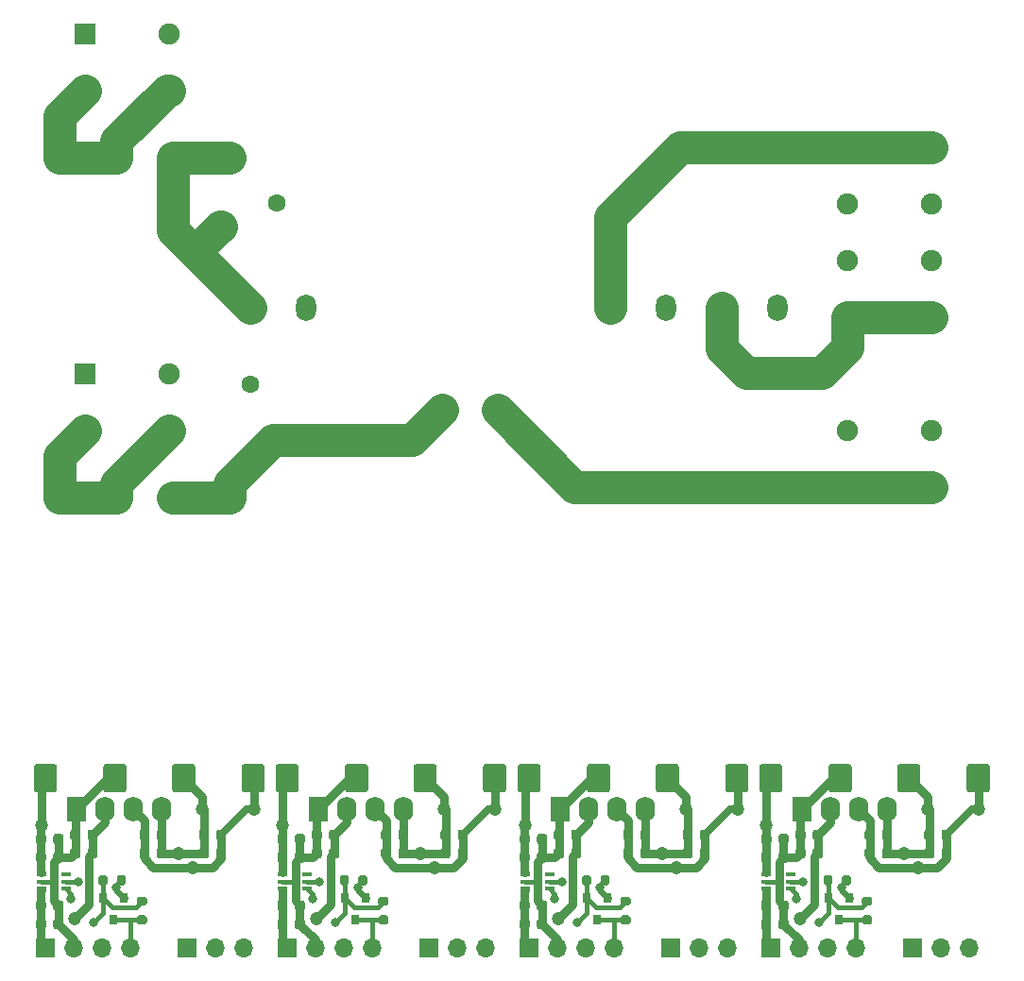
<source format=gbr>
%TF.GenerationSoftware,KiCad,Pcbnew,(5.1.10)-1*%
%TF.CreationDate,2022-01-19T08:42:29+07:00*%
%TF.ProjectId,PCB_2x_pnlz1_4,5043425f-3278-45f7-906e-6c7a315f342e,rev?*%
%TF.SameCoordinates,Original*%
%TF.FileFunction,Copper,L2,Bot*%
%TF.FilePolarity,Positive*%
%FSLAX46Y46*%
G04 Gerber Fmt 4.6, Leading zero omitted, Abs format (unit mm)*
G04 Created by KiCad (PCBNEW (5.1.10)-1) date 2022-01-19 08:42:29*
%MOMM*%
%LPD*%
G01*
G04 APERTURE LIST*
%TA.AperFunction,ComponentPad*%
%ADD10O,1.750000X2.250000*%
%TD*%
%TA.AperFunction,ComponentPad*%
%ADD11R,1.750000X2.250000*%
%TD*%
%TA.AperFunction,SMDPad,CuDef*%
%ADD12R,0.800000X0.900000*%
%TD*%
%TA.AperFunction,ComponentPad*%
%ADD13C,1.900000*%
%TD*%
%TA.AperFunction,ComponentPad*%
%ADD14R,1.900000X1.900000*%
%TD*%
%TA.AperFunction,ComponentPad*%
%ADD15C,1.600000*%
%TD*%
%TA.AperFunction,SMDPad,CuDef*%
%ADD16R,0.950000X0.450000*%
%TD*%
%TA.AperFunction,ComponentPad*%
%ADD17O,1.700000X1.700000*%
%TD*%
%TA.AperFunction,ComponentPad*%
%ADD18R,1.700000X1.700000*%
%TD*%
%TA.AperFunction,ComponentPad*%
%ADD19O,1.800000X2.400000*%
%TD*%
%TA.AperFunction,ComponentPad*%
%ADD20R,1.800000X2.400000*%
%TD*%
%TA.AperFunction,ViaPad*%
%ADD21C,0.800000*%
%TD*%
%TA.AperFunction,ViaPad*%
%ADD22C,1.200000*%
%TD*%
%TA.AperFunction,Conductor*%
%ADD23C,0.400000*%
%TD*%
%TA.AperFunction,Conductor*%
%ADD24C,0.800000*%
%TD*%
%TA.AperFunction,Conductor*%
%ADD25C,0.700000*%
%TD*%
%TA.AperFunction,Conductor*%
%ADD26C,3.000000*%
%TD*%
G04 APERTURE END LIST*
%TO.P,C3,2*%
%TO.N,+5V*%
%TA.AperFunction,SMDPad,CuDef*%
G36*
G01*
X111395000Y-127020000D02*
X111395000Y-127520000D01*
G75*
G02*
X111170000Y-127745000I-225000J0D01*
G01*
X110720000Y-127745000D01*
G75*
G02*
X110495000Y-127520000I0J225000D01*
G01*
X110495000Y-127020000D01*
G75*
G02*
X110720000Y-126795000I225000J0D01*
G01*
X111170000Y-126795000D01*
G75*
G02*
X111395000Y-127020000I0J-225000D01*
G01*
G37*
%TD.AperFunction*%
%TO.P,C3,1*%
%TO.N,GND1*%
%TA.AperFunction,SMDPad,CuDef*%
G36*
G01*
X112945000Y-127020000D02*
X112945000Y-127520000D01*
G75*
G02*
X112720000Y-127745000I-225000J0D01*
G01*
X112270000Y-127745000D01*
G75*
G02*
X112045000Y-127520000I0J225000D01*
G01*
X112045000Y-127020000D01*
G75*
G02*
X112270000Y-126795000I225000J0D01*
G01*
X112720000Y-126795000D01*
G75*
G02*
X112945000Y-127020000I0J-225000D01*
G01*
G37*
%TD.AperFunction*%
%TD*%
%TO.P,C2,2*%
%TO.N,+5V*%
%TA.AperFunction,SMDPad,CuDef*%
G36*
G01*
X115119000Y-122821000D02*
X115119000Y-122321000D01*
G75*
G02*
X115344000Y-122096000I225000J0D01*
G01*
X115794000Y-122096000D01*
G75*
G02*
X116019000Y-122321000I0J-225000D01*
G01*
X116019000Y-122821000D01*
G75*
G02*
X115794000Y-123046000I-225000J0D01*
G01*
X115344000Y-123046000D01*
G75*
G02*
X115119000Y-122821000I0J225000D01*
G01*
G37*
%TD.AperFunction*%
%TO.P,C2,1*%
%TO.N,GND1*%
%TA.AperFunction,SMDPad,CuDef*%
G36*
G01*
X113569000Y-122821000D02*
X113569000Y-122321000D01*
G75*
G02*
X113794000Y-122096000I225000J0D01*
G01*
X114244000Y-122096000D01*
G75*
G02*
X114469000Y-122321000I0J-225000D01*
G01*
X114469000Y-122821000D01*
G75*
G02*
X114244000Y-123046000I-225000J0D01*
G01*
X113794000Y-123046000D01*
G75*
G02*
X113569000Y-122821000I0J225000D01*
G01*
G37*
%TD.AperFunction*%
%TD*%
%TO.P,C1,2*%
%TO.N,+5V*%
%TA.AperFunction,SMDPad,CuDef*%
G36*
G01*
X111395000Y-128671000D02*
X111395000Y-129171000D01*
G75*
G02*
X111170000Y-129396000I-225000J0D01*
G01*
X110720000Y-129396000D01*
G75*
G02*
X110495000Y-129171000I0J225000D01*
G01*
X110495000Y-128671000D01*
G75*
G02*
X110720000Y-128446000I225000J0D01*
G01*
X111170000Y-128446000D01*
G75*
G02*
X111395000Y-128671000I0J-225000D01*
G01*
G37*
%TD.AperFunction*%
%TO.P,C1,1*%
%TO.N,GND1*%
%TA.AperFunction,SMDPad,CuDef*%
G36*
G01*
X112945000Y-128671000D02*
X112945000Y-129171000D01*
G75*
G02*
X112720000Y-129396000I-225000J0D01*
G01*
X112270000Y-129396000D01*
G75*
G02*
X112045000Y-129171000I0J225000D01*
G01*
X112045000Y-128671000D01*
G75*
G02*
X112270000Y-128446000I225000J0D01*
G01*
X112720000Y-128446000D01*
G75*
G02*
X112945000Y-128671000I0J-225000D01*
G01*
G37*
%TD.AperFunction*%
%TD*%
%TO.P,C10,1*%
%TO.N,GND2*%
%TA.AperFunction,SMDPad,CuDef*%
G36*
G01*
X76416000Y-122821000D02*
X76416000Y-122321000D01*
G75*
G02*
X76641000Y-122096000I225000J0D01*
G01*
X77091000Y-122096000D01*
G75*
G02*
X77316000Y-122321000I0J-225000D01*
G01*
X77316000Y-122821000D01*
G75*
G02*
X77091000Y-123046000I-225000J0D01*
G01*
X76641000Y-123046000D01*
G75*
G02*
X76416000Y-122821000I0J225000D01*
G01*
G37*
%TD.AperFunction*%
%TO.P,C10,2*%
%TO.N,+5VP*%
%TA.AperFunction,SMDPad,CuDef*%
G36*
G01*
X77966000Y-122821000D02*
X77966000Y-122321000D01*
G75*
G02*
X78191000Y-122096000I225000J0D01*
G01*
X78641000Y-122096000D01*
G75*
G02*
X78866000Y-122321000I0J-225000D01*
G01*
X78866000Y-122821000D01*
G75*
G02*
X78641000Y-123046000I-225000J0D01*
G01*
X78191000Y-123046000D01*
G75*
G02*
X77966000Y-122821000I0J225000D01*
G01*
G37*
%TD.AperFunction*%
%TD*%
D10*
%TO.P,PS1,4*%
%TO.N,+5VP*%
X78416000Y-118634000D03*
%TO.P,PS1,3*%
%TO.N,GND2*%
X75876000Y-118634000D03*
%TO.P,PS1,2*%
%TO.N,+5V*%
X73336000Y-118634000D03*
D11*
%TO.P,PS1,1*%
%TO.N,GND1*%
X70796000Y-118634000D03*
%TD*%
D12*
%TO.P,Q1,1*%
%TO.N,+5P*%
X73148000Y-126540000D03*
%TO.P,Q1,2*%
%TO.N,Net-(D1-Pad5)*%
X75048000Y-126540000D03*
%TO.P,Q1,3*%
%TO.N,/+5V_state*%
X74098000Y-128540000D03*
%TD*%
%TO.P,R1,1*%
%TO.N,+5P*%
%TA.AperFunction,SMDPad,CuDef*%
G36*
G01*
X72745500Y-125259000D02*
X72745500Y-124709000D01*
G75*
G02*
X72945500Y-124509000I200000J0D01*
G01*
X73345500Y-124509000D01*
G75*
G02*
X73545500Y-124709000I0J-200000D01*
G01*
X73545500Y-125259000D01*
G75*
G02*
X73345500Y-125459000I-200000J0D01*
G01*
X72945500Y-125459000D01*
G75*
G02*
X72745500Y-125259000I0J200000D01*
G01*
G37*
%TD.AperFunction*%
%TO.P,R1,2*%
%TO.N,Net-(D1-Pad5)*%
%TA.AperFunction,SMDPad,CuDef*%
G36*
G01*
X74395500Y-125259000D02*
X74395500Y-124709000D01*
G75*
G02*
X74595500Y-124509000I200000J0D01*
G01*
X74995500Y-124509000D01*
G75*
G02*
X75195500Y-124709000I0J-200000D01*
G01*
X75195500Y-125259000D01*
G75*
G02*
X74995500Y-125459000I-200000J0D01*
G01*
X74595500Y-125459000D01*
G75*
G02*
X74395500Y-125259000I0J200000D01*
G01*
G37*
%TD.AperFunction*%
%TD*%
%TO.P,R2,1*%
%TO.N,/+5V_state*%
%TA.AperFunction,SMDPad,CuDef*%
G36*
G01*
X76913000Y-128940000D02*
X76363000Y-128940000D01*
G75*
G02*
X76163000Y-128740000I0J200000D01*
G01*
X76163000Y-128340000D01*
G75*
G02*
X76363000Y-128140000I200000J0D01*
G01*
X76913000Y-128140000D01*
G75*
G02*
X77113000Y-128340000I0J-200000D01*
G01*
X77113000Y-128740000D01*
G75*
G02*
X76913000Y-128940000I-200000J0D01*
G01*
G37*
%TD.AperFunction*%
%TO.P,R2,2*%
%TO.N,+5P*%
%TA.AperFunction,SMDPad,CuDef*%
G36*
G01*
X76913000Y-127290000D02*
X76363000Y-127290000D01*
G75*
G02*
X76163000Y-127090000I0J200000D01*
G01*
X76163000Y-126690000D01*
G75*
G02*
X76363000Y-126490000I200000J0D01*
G01*
X76913000Y-126490000D01*
G75*
G02*
X77113000Y-126690000I0J-200000D01*
G01*
X77113000Y-127090000D01*
G75*
G02*
X76913000Y-127290000I-200000J0D01*
G01*
G37*
%TD.AperFunction*%
%TD*%
%TO.P,C10,2*%
%TO.N,+5VP*%
%TA.AperFunction,SMDPad,CuDef*%
G36*
G01*
X121316000Y-122821000D02*
X121316000Y-122321000D01*
G75*
G02*
X121541000Y-122096000I225000J0D01*
G01*
X121991000Y-122096000D01*
G75*
G02*
X122216000Y-122321000I0J-225000D01*
G01*
X122216000Y-122821000D01*
G75*
G02*
X121991000Y-123046000I-225000J0D01*
G01*
X121541000Y-123046000D01*
G75*
G02*
X121316000Y-122821000I0J225000D01*
G01*
G37*
%TD.AperFunction*%
%TO.P,C10,1*%
%TO.N,GND2*%
%TA.AperFunction,SMDPad,CuDef*%
G36*
G01*
X119766000Y-122821000D02*
X119766000Y-122321000D01*
G75*
G02*
X119991000Y-122096000I225000J0D01*
G01*
X120441000Y-122096000D01*
G75*
G02*
X120666000Y-122321000I0J-225000D01*
G01*
X120666000Y-122821000D01*
G75*
G02*
X120441000Y-123046000I-225000J0D01*
G01*
X119991000Y-123046000D01*
G75*
G02*
X119766000Y-122821000I0J225000D01*
G01*
G37*
%TD.AperFunction*%
%TD*%
%TO.P,C9,2*%
%TO.N,+5VP*%
%TA.AperFunction,SMDPad,CuDef*%
G36*
G01*
X121316000Y-121170000D02*
X121316000Y-120670000D01*
G75*
G02*
X121541000Y-120445000I225000J0D01*
G01*
X121991000Y-120445000D01*
G75*
G02*
X122216000Y-120670000I0J-225000D01*
G01*
X122216000Y-121170000D01*
G75*
G02*
X121991000Y-121395000I-225000J0D01*
G01*
X121541000Y-121395000D01*
G75*
G02*
X121316000Y-121170000I0J225000D01*
G01*
G37*
%TD.AperFunction*%
%TO.P,C9,1*%
%TO.N,GND2*%
%TA.AperFunction,SMDPad,CuDef*%
G36*
G01*
X119766000Y-121170000D02*
X119766000Y-120670000D01*
G75*
G02*
X119991000Y-120445000I225000J0D01*
G01*
X120441000Y-120445000D01*
G75*
G02*
X120666000Y-120670000I0J-225000D01*
G01*
X120666000Y-121170000D01*
G75*
G02*
X120441000Y-121395000I-225000J0D01*
G01*
X119991000Y-121395000D01*
G75*
G02*
X119766000Y-121170000I0J225000D01*
G01*
G37*
%TD.AperFunction*%
%TD*%
%TO.P,C6,2*%
%TO.N,+5P*%
%TA.AperFunction,SMDPad,CuDef*%
G36*
G01*
X111408000Y-121051000D02*
X111408000Y-121551000D01*
G75*
G02*
X111183000Y-121776000I-225000J0D01*
G01*
X110733000Y-121776000D01*
G75*
G02*
X110508000Y-121551000I0J225000D01*
G01*
X110508000Y-121051000D01*
G75*
G02*
X110733000Y-120826000I225000J0D01*
G01*
X111183000Y-120826000D01*
G75*
G02*
X111408000Y-121051000I0J-225000D01*
G01*
G37*
%TD.AperFunction*%
%TO.P,C6,1*%
%TO.N,GND1*%
%TA.AperFunction,SMDPad,CuDef*%
G36*
G01*
X112958000Y-121051000D02*
X112958000Y-121551000D01*
G75*
G02*
X112733000Y-121776000I-225000J0D01*
G01*
X112283000Y-121776000D01*
G75*
G02*
X112058000Y-121551000I0J225000D01*
G01*
X112058000Y-121051000D01*
G75*
G02*
X112283000Y-120826000I225000J0D01*
G01*
X112733000Y-120826000D01*
G75*
G02*
X112958000Y-121051000I0J-225000D01*
G01*
G37*
%TD.AperFunction*%
%TD*%
%TO.P,C5,2*%
%TO.N,+5P*%
%TA.AperFunction,SMDPad,CuDef*%
G36*
G01*
X111395000Y-122702000D02*
X111395000Y-123202000D01*
G75*
G02*
X111170000Y-123427000I-225000J0D01*
G01*
X110720000Y-123427000D01*
G75*
G02*
X110495000Y-123202000I0J225000D01*
G01*
X110495000Y-122702000D01*
G75*
G02*
X110720000Y-122477000I225000J0D01*
G01*
X111170000Y-122477000D01*
G75*
G02*
X111395000Y-122702000I0J-225000D01*
G01*
G37*
%TD.AperFunction*%
%TO.P,C5,1*%
%TO.N,GND1*%
%TA.AperFunction,SMDPad,CuDef*%
G36*
G01*
X112945000Y-122702000D02*
X112945000Y-123202000D01*
G75*
G02*
X112720000Y-123427000I-225000J0D01*
G01*
X112270000Y-123427000D01*
G75*
G02*
X112045000Y-123202000I0J225000D01*
G01*
X112045000Y-122702000D01*
G75*
G02*
X112270000Y-122477000I225000J0D01*
G01*
X112720000Y-122477000D01*
G75*
G02*
X112945000Y-122702000I0J-225000D01*
G01*
G37*
%TD.AperFunction*%
%TD*%
%TO.P,C4,2*%
%TO.N,+5V*%
%TA.AperFunction,SMDPad,CuDef*%
G36*
G01*
X115119000Y-121170000D02*
X115119000Y-120670000D01*
G75*
G02*
X115344000Y-120445000I225000J0D01*
G01*
X115794000Y-120445000D01*
G75*
G02*
X116019000Y-120670000I0J-225000D01*
G01*
X116019000Y-121170000D01*
G75*
G02*
X115794000Y-121395000I-225000J0D01*
G01*
X115344000Y-121395000D01*
G75*
G02*
X115119000Y-121170000I0J225000D01*
G01*
G37*
%TD.AperFunction*%
%TO.P,C4,1*%
%TO.N,GND1*%
%TA.AperFunction,SMDPad,CuDef*%
G36*
G01*
X113569000Y-121170000D02*
X113569000Y-120670000D01*
G75*
G02*
X113794000Y-120445000I225000J0D01*
G01*
X114244000Y-120445000D01*
G75*
G02*
X114469000Y-120670000I0J-225000D01*
G01*
X114469000Y-121170000D01*
G75*
G02*
X114244000Y-121395000I-225000J0D01*
G01*
X113794000Y-121395000D01*
G75*
G02*
X113569000Y-121170000I0J225000D01*
G01*
G37*
%TD.AperFunction*%
%TD*%
%TO.P,C13,2*%
%TO.N,+5VP*%
%TA.AperFunction,SMDPad,CuDef*%
G36*
G01*
X126000000Y-120670000D02*
X126000000Y-121170000D01*
G75*
G02*
X125775000Y-121395000I-225000J0D01*
G01*
X125325000Y-121395000D01*
G75*
G02*
X125100000Y-121170000I0J225000D01*
G01*
X125100000Y-120670000D01*
G75*
G02*
X125325000Y-120445000I225000J0D01*
G01*
X125775000Y-120445000D01*
G75*
G02*
X126000000Y-120670000I0J-225000D01*
G01*
G37*
%TD.AperFunction*%
%TO.P,C13,1*%
%TO.N,GND2*%
%TA.AperFunction,SMDPad,CuDef*%
G36*
G01*
X127550000Y-120670000D02*
X127550000Y-121170000D01*
G75*
G02*
X127325000Y-121395000I-225000J0D01*
G01*
X126875000Y-121395000D01*
G75*
G02*
X126650000Y-121170000I0J225000D01*
G01*
X126650000Y-120670000D01*
G75*
G02*
X126875000Y-120445000I225000J0D01*
G01*
X127325000Y-120445000D01*
G75*
G02*
X127550000Y-120670000I0J-225000D01*
G01*
G37*
%TD.AperFunction*%
%TD*%
%TO.P,C14,2*%
%TO.N,+5VP*%
%TA.AperFunction,SMDPad,CuDef*%
G36*
G01*
X126000000Y-122321000D02*
X126000000Y-122821000D01*
G75*
G02*
X125775000Y-123046000I-225000J0D01*
G01*
X125325000Y-123046000D01*
G75*
G02*
X125100000Y-122821000I0J225000D01*
G01*
X125100000Y-122321000D01*
G75*
G02*
X125325000Y-122096000I225000J0D01*
G01*
X125775000Y-122096000D01*
G75*
G02*
X126000000Y-122321000I0J-225000D01*
G01*
G37*
%TD.AperFunction*%
%TO.P,C14,1*%
%TO.N,GND2*%
%TA.AperFunction,SMDPad,CuDef*%
G36*
G01*
X127550000Y-122321000D02*
X127550000Y-122821000D01*
G75*
G02*
X127325000Y-123046000I-225000J0D01*
G01*
X126875000Y-123046000D01*
G75*
G02*
X126650000Y-122821000I0J225000D01*
G01*
X126650000Y-122321000D01*
G75*
G02*
X126875000Y-122096000I225000J0D01*
G01*
X127325000Y-122096000D01*
G75*
G02*
X127550000Y-122321000I0J-225000D01*
G01*
G37*
%TD.AperFunction*%
%TD*%
%TO.P,R2,2*%
%TO.N,+5P*%
%TA.AperFunction,SMDPad,CuDef*%
G36*
G01*
X120263000Y-127290000D02*
X119713000Y-127290000D01*
G75*
G02*
X119513000Y-127090000I0J200000D01*
G01*
X119513000Y-126690000D01*
G75*
G02*
X119713000Y-126490000I200000J0D01*
G01*
X120263000Y-126490000D01*
G75*
G02*
X120463000Y-126690000I0J-200000D01*
G01*
X120463000Y-127090000D01*
G75*
G02*
X120263000Y-127290000I-200000J0D01*
G01*
G37*
%TD.AperFunction*%
%TO.P,R2,1*%
%TO.N,/+5V_state*%
%TA.AperFunction,SMDPad,CuDef*%
G36*
G01*
X120263000Y-128940000D02*
X119713000Y-128940000D01*
G75*
G02*
X119513000Y-128740000I0J200000D01*
G01*
X119513000Y-128340000D01*
G75*
G02*
X119713000Y-128140000I200000J0D01*
G01*
X120263000Y-128140000D01*
G75*
G02*
X120463000Y-128340000I0J-200000D01*
G01*
X120463000Y-128740000D01*
G75*
G02*
X120263000Y-128940000I-200000J0D01*
G01*
G37*
%TD.AperFunction*%
%TD*%
%TO.P,R1,2*%
%TO.N,Net-(D1-Pad5)*%
%TA.AperFunction,SMDPad,CuDef*%
G36*
G01*
X117745500Y-125259000D02*
X117745500Y-124709000D01*
G75*
G02*
X117945500Y-124509000I200000J0D01*
G01*
X118345500Y-124509000D01*
G75*
G02*
X118545500Y-124709000I0J-200000D01*
G01*
X118545500Y-125259000D01*
G75*
G02*
X118345500Y-125459000I-200000J0D01*
G01*
X117945500Y-125459000D01*
G75*
G02*
X117745500Y-125259000I0J200000D01*
G01*
G37*
%TD.AperFunction*%
%TO.P,R1,1*%
%TO.N,+5P*%
%TA.AperFunction,SMDPad,CuDef*%
G36*
G01*
X116095500Y-125259000D02*
X116095500Y-124709000D01*
G75*
G02*
X116295500Y-124509000I200000J0D01*
G01*
X116695500Y-124509000D01*
G75*
G02*
X116895500Y-124709000I0J-200000D01*
G01*
X116895500Y-125259000D01*
G75*
G02*
X116695500Y-125459000I-200000J0D01*
G01*
X116295500Y-125459000D01*
G75*
G02*
X116095500Y-125259000I0J200000D01*
G01*
G37*
%TD.AperFunction*%
%TD*%
%TO.P,Q1,3*%
%TO.N,/+5V_state*%
X117448000Y-128540000D03*
%TO.P,Q1,2*%
%TO.N,Net-(D1-Pad5)*%
X118398000Y-126540000D03*
%TO.P,Q1,1*%
%TO.N,+5P*%
X116498000Y-126540000D03*
%TD*%
D11*
%TO.P,PS1,1*%
%TO.N,GND1*%
X114146000Y-118634000D03*
D10*
%TO.P,PS1,2*%
%TO.N,+5V*%
X116686000Y-118634000D03*
%TO.P,PS1,3*%
%TO.N,GND2*%
X119226000Y-118634000D03*
%TO.P,PS1,4*%
%TO.N,+5VP*%
X121766000Y-118634000D03*
%TD*%
D13*
%TO.P,XP1,2*%
%TO.N,Net-(F1-Pad2)*%
X49896000Y-54160000D03*
X57416000Y-54160000D03*
D14*
%TO.P,XP1,1*%
%TO.N,Net-(RV1-Pad2)*%
X49896000Y-49080000D03*
D13*
X57416000Y-49080000D03*
%TD*%
D15*
%TO.P,RV1,2*%
%TO.N,Net-(RV1-Pad2)*%
X67088000Y-64285000D03*
%TO.P,RV1,1*%
%TO.N,Net-(F1-Pad1)*%
X62088000Y-66385000D03*
%TD*%
%TO.P,F1,1*%
%TO.N,Net-(F1-Pad1)*%
X57770000Y-60221000D03*
%TO.P,F1,2*%
%TO.N,Net-(F1-Pad2)*%
X47610000Y-60221000D03*
%TO.P,F1,1*%
%TO.N,Net-(F1-Pad1)*%
X62850000Y-60221000D03*
%TO.P,F1,2*%
%TO.N,Net-(F1-Pad2)*%
X52690000Y-60221000D03*
%TD*%
D16*
%TO.P,D1,6*%
%TO.N,+5P*%
X113171000Y-125761000D03*
%TO.P,D1,5*%
%TO.N,Net-(D1-Pad5)*%
X113171000Y-125111000D03*
%TO.P,D1,4*%
%TO.N,N/C*%
X113171000Y-124461000D03*
%TO.P,D1,3*%
%TO.N,+5P*%
X110971000Y-124461000D03*
%TO.P,D1,2*%
%TO.N,GND1*%
X110971000Y-125111000D03*
%TO.P,D1,1*%
%TO.N,+5V*%
X110971000Y-125761000D03*
%TD*%
D17*
%TO.P,J1,4*%
%TO.N,/+5V_state*%
X118972000Y-131080000D03*
%TO.P,J1,3*%
%TO.N,+5P*%
X116432000Y-131080000D03*
%TO.P,J1,2*%
%TO.N,GND1*%
X113892000Y-131080000D03*
D18*
%TO.P,J1,1*%
%TO.N,+5V*%
X111352000Y-131080000D03*
%TD*%
D17*
%TO.P,J2,3*%
%TO.N,+3.3VP*%
X129132000Y-131080000D03*
%TO.P,J2,2*%
%TO.N,GND2*%
X126592000Y-131080000D03*
D18*
%TO.P,J2,1*%
%TO.N,+5VP*%
X124052000Y-131080000D03*
%TD*%
%TO.P,C12,2*%
%TO.N,GND2*%
%TA.AperFunction,SMDPad,CuDef*%
G36*
G01*
X128921000Y-116865000D02*
X128921000Y-114815000D01*
G75*
G02*
X129171000Y-114565000I250000J0D01*
G01*
X130746000Y-114565000D01*
G75*
G02*
X130996000Y-114815000I0J-250000D01*
G01*
X130996000Y-116865000D01*
G75*
G02*
X130746000Y-117115000I-250000J0D01*
G01*
X129171000Y-117115000D01*
G75*
G02*
X128921000Y-116865000I0J250000D01*
G01*
G37*
%TD.AperFunction*%
%TO.P,C12,1*%
%TO.N,+5VP*%
%TA.AperFunction,SMDPad,CuDef*%
G36*
G01*
X122696000Y-116865000D02*
X122696000Y-114815000D01*
G75*
G02*
X122946000Y-114565000I250000J0D01*
G01*
X124521000Y-114565000D01*
G75*
G02*
X124771000Y-114815000I0J-250000D01*
G01*
X124771000Y-116865000D01*
G75*
G02*
X124521000Y-117115000I-250000J0D01*
G01*
X122946000Y-117115000D01*
G75*
G02*
X122696000Y-116865000I0J250000D01*
G01*
G37*
%TD.AperFunction*%
%TD*%
%TO.P,C11,2*%
%TO.N,GND1*%
%TA.AperFunction,SMDPad,CuDef*%
G36*
G01*
X116537500Y-116865000D02*
X116537500Y-114815000D01*
G75*
G02*
X116787500Y-114565000I250000J0D01*
G01*
X118362500Y-114565000D01*
G75*
G02*
X118612500Y-114815000I0J-250000D01*
G01*
X118612500Y-116865000D01*
G75*
G02*
X118362500Y-117115000I-250000J0D01*
G01*
X116787500Y-117115000D01*
G75*
G02*
X116537500Y-116865000I0J250000D01*
G01*
G37*
%TD.AperFunction*%
%TO.P,C11,1*%
%TO.N,+5P*%
%TA.AperFunction,SMDPad,CuDef*%
G36*
G01*
X110312500Y-116865000D02*
X110312500Y-114815000D01*
G75*
G02*
X110562500Y-114565000I250000J0D01*
G01*
X112137500Y-114565000D01*
G75*
G02*
X112387500Y-114815000I0J-250000D01*
G01*
X112387500Y-116865000D01*
G75*
G02*
X112137500Y-117115000I-250000J0D01*
G01*
X110562500Y-117115000D01*
G75*
G02*
X110312500Y-116865000I0J250000D01*
G01*
G37*
%TD.AperFunction*%
%TD*%
%TO.P,C1,1*%
%TO.N,GND1*%
%TA.AperFunction,SMDPad,CuDef*%
G36*
G01*
X69595000Y-128671000D02*
X69595000Y-129171000D01*
G75*
G02*
X69370000Y-129396000I-225000J0D01*
G01*
X68920000Y-129396000D01*
G75*
G02*
X68695000Y-129171000I0J225000D01*
G01*
X68695000Y-128671000D01*
G75*
G02*
X68920000Y-128446000I225000J0D01*
G01*
X69370000Y-128446000D01*
G75*
G02*
X69595000Y-128671000I0J-225000D01*
G01*
G37*
%TD.AperFunction*%
%TO.P,C1,2*%
%TO.N,+5V*%
%TA.AperFunction,SMDPad,CuDef*%
G36*
G01*
X68045000Y-128671000D02*
X68045000Y-129171000D01*
G75*
G02*
X67820000Y-129396000I-225000J0D01*
G01*
X67370000Y-129396000D01*
G75*
G02*
X67145000Y-129171000I0J225000D01*
G01*
X67145000Y-128671000D01*
G75*
G02*
X67370000Y-128446000I225000J0D01*
G01*
X67820000Y-128446000D01*
G75*
G02*
X68045000Y-128671000I0J-225000D01*
G01*
G37*
%TD.AperFunction*%
%TD*%
%TO.P,C2,1*%
%TO.N,GND1*%
%TA.AperFunction,SMDPad,CuDef*%
G36*
G01*
X70219000Y-122821000D02*
X70219000Y-122321000D01*
G75*
G02*
X70444000Y-122096000I225000J0D01*
G01*
X70894000Y-122096000D01*
G75*
G02*
X71119000Y-122321000I0J-225000D01*
G01*
X71119000Y-122821000D01*
G75*
G02*
X70894000Y-123046000I-225000J0D01*
G01*
X70444000Y-123046000D01*
G75*
G02*
X70219000Y-122821000I0J225000D01*
G01*
G37*
%TD.AperFunction*%
%TO.P,C2,2*%
%TO.N,+5V*%
%TA.AperFunction,SMDPad,CuDef*%
G36*
G01*
X71769000Y-122821000D02*
X71769000Y-122321000D01*
G75*
G02*
X71994000Y-122096000I225000J0D01*
G01*
X72444000Y-122096000D01*
G75*
G02*
X72669000Y-122321000I0J-225000D01*
G01*
X72669000Y-122821000D01*
G75*
G02*
X72444000Y-123046000I-225000J0D01*
G01*
X71994000Y-123046000D01*
G75*
G02*
X71769000Y-122821000I0J225000D01*
G01*
G37*
%TD.AperFunction*%
%TD*%
%TO.P,C3,1*%
%TO.N,GND1*%
%TA.AperFunction,SMDPad,CuDef*%
G36*
G01*
X69595000Y-127020000D02*
X69595000Y-127520000D01*
G75*
G02*
X69370000Y-127745000I-225000J0D01*
G01*
X68920000Y-127745000D01*
G75*
G02*
X68695000Y-127520000I0J225000D01*
G01*
X68695000Y-127020000D01*
G75*
G02*
X68920000Y-126795000I225000J0D01*
G01*
X69370000Y-126795000D01*
G75*
G02*
X69595000Y-127020000I0J-225000D01*
G01*
G37*
%TD.AperFunction*%
%TO.P,C3,2*%
%TO.N,+5V*%
%TA.AperFunction,SMDPad,CuDef*%
G36*
G01*
X68045000Y-127020000D02*
X68045000Y-127520000D01*
G75*
G02*
X67820000Y-127745000I-225000J0D01*
G01*
X67370000Y-127745000D01*
G75*
G02*
X67145000Y-127520000I0J225000D01*
G01*
X67145000Y-127020000D01*
G75*
G02*
X67370000Y-126795000I225000J0D01*
G01*
X67820000Y-126795000D01*
G75*
G02*
X68045000Y-127020000I0J-225000D01*
G01*
G37*
%TD.AperFunction*%
%TD*%
%TO.P,C4,1*%
%TO.N,GND1*%
%TA.AperFunction,SMDPad,CuDef*%
G36*
G01*
X70219000Y-121170000D02*
X70219000Y-120670000D01*
G75*
G02*
X70444000Y-120445000I225000J0D01*
G01*
X70894000Y-120445000D01*
G75*
G02*
X71119000Y-120670000I0J-225000D01*
G01*
X71119000Y-121170000D01*
G75*
G02*
X70894000Y-121395000I-225000J0D01*
G01*
X70444000Y-121395000D01*
G75*
G02*
X70219000Y-121170000I0J225000D01*
G01*
G37*
%TD.AperFunction*%
%TO.P,C4,2*%
%TO.N,+5V*%
%TA.AperFunction,SMDPad,CuDef*%
G36*
G01*
X71769000Y-121170000D02*
X71769000Y-120670000D01*
G75*
G02*
X71994000Y-120445000I225000J0D01*
G01*
X72444000Y-120445000D01*
G75*
G02*
X72669000Y-120670000I0J-225000D01*
G01*
X72669000Y-121170000D01*
G75*
G02*
X72444000Y-121395000I-225000J0D01*
G01*
X71994000Y-121395000D01*
G75*
G02*
X71769000Y-121170000I0J225000D01*
G01*
G37*
%TD.AperFunction*%
%TD*%
%TO.P,C5,1*%
%TO.N,GND1*%
%TA.AperFunction,SMDPad,CuDef*%
G36*
G01*
X69595000Y-122702000D02*
X69595000Y-123202000D01*
G75*
G02*
X69370000Y-123427000I-225000J0D01*
G01*
X68920000Y-123427000D01*
G75*
G02*
X68695000Y-123202000I0J225000D01*
G01*
X68695000Y-122702000D01*
G75*
G02*
X68920000Y-122477000I225000J0D01*
G01*
X69370000Y-122477000D01*
G75*
G02*
X69595000Y-122702000I0J-225000D01*
G01*
G37*
%TD.AperFunction*%
%TO.P,C5,2*%
%TO.N,+5P*%
%TA.AperFunction,SMDPad,CuDef*%
G36*
G01*
X68045000Y-122702000D02*
X68045000Y-123202000D01*
G75*
G02*
X67820000Y-123427000I-225000J0D01*
G01*
X67370000Y-123427000D01*
G75*
G02*
X67145000Y-123202000I0J225000D01*
G01*
X67145000Y-122702000D01*
G75*
G02*
X67370000Y-122477000I225000J0D01*
G01*
X67820000Y-122477000D01*
G75*
G02*
X68045000Y-122702000I0J-225000D01*
G01*
G37*
%TD.AperFunction*%
%TD*%
%TO.P,C6,1*%
%TO.N,GND1*%
%TA.AperFunction,SMDPad,CuDef*%
G36*
G01*
X69608000Y-121051000D02*
X69608000Y-121551000D01*
G75*
G02*
X69383000Y-121776000I-225000J0D01*
G01*
X68933000Y-121776000D01*
G75*
G02*
X68708000Y-121551000I0J225000D01*
G01*
X68708000Y-121051000D01*
G75*
G02*
X68933000Y-120826000I225000J0D01*
G01*
X69383000Y-120826000D01*
G75*
G02*
X69608000Y-121051000I0J-225000D01*
G01*
G37*
%TD.AperFunction*%
%TO.P,C6,2*%
%TO.N,+5P*%
%TA.AperFunction,SMDPad,CuDef*%
G36*
G01*
X68058000Y-121051000D02*
X68058000Y-121551000D01*
G75*
G02*
X67833000Y-121776000I-225000J0D01*
G01*
X67383000Y-121776000D01*
G75*
G02*
X67158000Y-121551000I0J225000D01*
G01*
X67158000Y-121051000D01*
G75*
G02*
X67383000Y-120826000I225000J0D01*
G01*
X67833000Y-120826000D01*
G75*
G02*
X68058000Y-121051000I0J-225000D01*
G01*
G37*
%TD.AperFunction*%
%TD*%
%TO.P,C9,1*%
%TO.N,GND2*%
%TA.AperFunction,SMDPad,CuDef*%
G36*
G01*
X76416000Y-121170000D02*
X76416000Y-120670000D01*
G75*
G02*
X76641000Y-120445000I225000J0D01*
G01*
X77091000Y-120445000D01*
G75*
G02*
X77316000Y-120670000I0J-225000D01*
G01*
X77316000Y-121170000D01*
G75*
G02*
X77091000Y-121395000I-225000J0D01*
G01*
X76641000Y-121395000D01*
G75*
G02*
X76416000Y-121170000I0J225000D01*
G01*
G37*
%TD.AperFunction*%
%TO.P,C9,2*%
%TO.N,+5VP*%
%TA.AperFunction,SMDPad,CuDef*%
G36*
G01*
X77966000Y-121170000D02*
X77966000Y-120670000D01*
G75*
G02*
X78191000Y-120445000I225000J0D01*
G01*
X78641000Y-120445000D01*
G75*
G02*
X78866000Y-120670000I0J-225000D01*
G01*
X78866000Y-121170000D01*
G75*
G02*
X78641000Y-121395000I-225000J0D01*
G01*
X78191000Y-121395000D01*
G75*
G02*
X77966000Y-121170000I0J225000D01*
G01*
G37*
%TD.AperFunction*%
%TD*%
%TO.P,C14,1*%
%TO.N,GND2*%
%TA.AperFunction,SMDPad,CuDef*%
G36*
G01*
X105900000Y-122321000D02*
X105900000Y-122821000D01*
G75*
G02*
X105675000Y-123046000I-225000J0D01*
G01*
X105225000Y-123046000D01*
G75*
G02*
X105000000Y-122821000I0J225000D01*
G01*
X105000000Y-122321000D01*
G75*
G02*
X105225000Y-122096000I225000J0D01*
G01*
X105675000Y-122096000D01*
G75*
G02*
X105900000Y-122321000I0J-225000D01*
G01*
G37*
%TD.AperFunction*%
%TO.P,C14,2*%
%TO.N,+5VP*%
%TA.AperFunction,SMDPad,CuDef*%
G36*
G01*
X104350000Y-122321000D02*
X104350000Y-122821000D01*
G75*
G02*
X104125000Y-123046000I-225000J0D01*
G01*
X103675000Y-123046000D01*
G75*
G02*
X103450000Y-122821000I0J225000D01*
G01*
X103450000Y-122321000D01*
G75*
G02*
X103675000Y-122096000I225000J0D01*
G01*
X104125000Y-122096000D01*
G75*
G02*
X104350000Y-122321000I0J-225000D01*
G01*
G37*
%TD.AperFunction*%
%TD*%
%TO.P,C13,1*%
%TO.N,GND2*%
%TA.AperFunction,SMDPad,CuDef*%
G36*
G01*
X105900000Y-120670000D02*
X105900000Y-121170000D01*
G75*
G02*
X105675000Y-121395000I-225000J0D01*
G01*
X105225000Y-121395000D01*
G75*
G02*
X105000000Y-121170000I0J225000D01*
G01*
X105000000Y-120670000D01*
G75*
G02*
X105225000Y-120445000I225000J0D01*
G01*
X105675000Y-120445000D01*
G75*
G02*
X105900000Y-120670000I0J-225000D01*
G01*
G37*
%TD.AperFunction*%
%TO.P,C13,2*%
%TO.N,+5VP*%
%TA.AperFunction,SMDPad,CuDef*%
G36*
G01*
X104350000Y-120670000D02*
X104350000Y-121170000D01*
G75*
G02*
X104125000Y-121395000I-225000J0D01*
G01*
X103675000Y-121395000D01*
G75*
G02*
X103450000Y-121170000I0J225000D01*
G01*
X103450000Y-120670000D01*
G75*
G02*
X103675000Y-120445000I225000J0D01*
G01*
X104125000Y-120445000D01*
G75*
G02*
X104350000Y-120670000I0J-225000D01*
G01*
G37*
%TD.AperFunction*%
%TD*%
D16*
%TO.P,D1,1*%
%TO.N,+5V*%
X89321000Y-125761000D03*
%TO.P,D1,2*%
%TO.N,GND1*%
X89321000Y-125111000D03*
%TO.P,D1,3*%
%TO.N,+5P*%
X89321000Y-124461000D03*
%TO.P,D1,4*%
%TO.N,N/C*%
X91521000Y-124461000D03*
%TO.P,D1,5*%
%TO.N,Net-(D1-Pad5)*%
X91521000Y-125111000D03*
%TO.P,D1,6*%
%TO.N,+5P*%
X91521000Y-125761000D03*
%TD*%
D18*
%TO.P,J1,1*%
%TO.N,+5V*%
X89702000Y-131080000D03*
D17*
%TO.P,J1,2*%
%TO.N,GND1*%
X92242000Y-131080000D03*
%TO.P,J1,3*%
%TO.N,+5P*%
X94782000Y-131080000D03*
%TO.P,J1,4*%
%TO.N,/+5V_state*%
X97322000Y-131080000D03*
%TD*%
D18*
%TO.P,J2,1*%
%TO.N,+5VP*%
X102402000Y-131080000D03*
D17*
%TO.P,J2,2*%
%TO.N,GND2*%
X104942000Y-131080000D03*
%TO.P,J2,3*%
%TO.N,+3.3VP*%
X107482000Y-131080000D03*
%TD*%
%TO.P,C12,1*%
%TO.N,+5VP*%
%TA.AperFunction,SMDPad,CuDef*%
G36*
G01*
X101046000Y-116865000D02*
X101046000Y-114815000D01*
G75*
G02*
X101296000Y-114565000I250000J0D01*
G01*
X102871000Y-114565000D01*
G75*
G02*
X103121000Y-114815000I0J-250000D01*
G01*
X103121000Y-116865000D01*
G75*
G02*
X102871000Y-117115000I-250000J0D01*
G01*
X101296000Y-117115000D01*
G75*
G02*
X101046000Y-116865000I0J250000D01*
G01*
G37*
%TD.AperFunction*%
%TO.P,C12,2*%
%TO.N,GND2*%
%TA.AperFunction,SMDPad,CuDef*%
G36*
G01*
X107271000Y-116865000D02*
X107271000Y-114815000D01*
G75*
G02*
X107521000Y-114565000I250000J0D01*
G01*
X109096000Y-114565000D01*
G75*
G02*
X109346000Y-114815000I0J-250000D01*
G01*
X109346000Y-116865000D01*
G75*
G02*
X109096000Y-117115000I-250000J0D01*
G01*
X107521000Y-117115000D01*
G75*
G02*
X107271000Y-116865000I0J250000D01*
G01*
G37*
%TD.AperFunction*%
%TD*%
%TO.P,C11,1*%
%TO.N,+5P*%
%TA.AperFunction,SMDPad,CuDef*%
G36*
G01*
X88662500Y-116865000D02*
X88662500Y-114815000D01*
G75*
G02*
X88912500Y-114565000I250000J0D01*
G01*
X90487500Y-114565000D01*
G75*
G02*
X90737500Y-114815000I0J-250000D01*
G01*
X90737500Y-116865000D01*
G75*
G02*
X90487500Y-117115000I-250000J0D01*
G01*
X88912500Y-117115000D01*
G75*
G02*
X88662500Y-116865000I0J250000D01*
G01*
G37*
%TD.AperFunction*%
%TO.P,C11,2*%
%TO.N,GND1*%
%TA.AperFunction,SMDPad,CuDef*%
G36*
G01*
X94887500Y-116865000D02*
X94887500Y-114815000D01*
G75*
G02*
X95137500Y-114565000I250000J0D01*
G01*
X96712500Y-114565000D01*
G75*
G02*
X96962500Y-114815000I0J-250000D01*
G01*
X96962500Y-116865000D01*
G75*
G02*
X96712500Y-117115000I-250000J0D01*
G01*
X95137500Y-117115000D01*
G75*
G02*
X94887500Y-116865000I0J250000D01*
G01*
G37*
%TD.AperFunction*%
%TD*%
D18*
%TO.P,U3,1*%
%TO.N,Net-(U3-Pad1)*%
X86900000Y-82827000D03*
D15*
%TO.P,U3,2*%
%TO.N,Net-(F2-Pad1)*%
X81900000Y-82827000D03*
%TD*%
D19*
%TO.P,U2,5*%
%TO.N,Net-(U2-Pad5)*%
X106949500Y-73620000D03*
%TO.P,U2,4*%
%TO.N,Net-(U2-Pad4)*%
X101949500Y-73620000D03*
%TO.P,U2,3*%
%TO.N,Net-(U2-Pad3)*%
X96949500Y-73620000D03*
%TO.P,U2,2*%
%TO.N,Net-(RV1-Pad2)*%
X69691500Y-73620000D03*
D20*
%TO.P,U2,1*%
%TO.N,Net-(F1-Pad1)*%
X64691500Y-73620000D03*
D19*
%TO.P,U2,6*%
%TO.N,Net-(U2-Pad6)*%
X111949500Y-73620000D03*
%TD*%
D13*
%TO.P,XP4,2*%
%TO.N,Net-(RV2-Pad2)*%
X125742000Y-84640000D03*
X118222000Y-84640000D03*
D14*
%TO.P,XP4,1*%
%TO.N,Net-(U3-Pad1)*%
X125742000Y-89720000D03*
D13*
X118222000Y-89720000D03*
%TD*%
%TO.P,XP2,2*%
%TO.N,Net-(F2-Pad2)*%
X49896000Y-84640000D03*
X57416000Y-84640000D03*
D14*
%TO.P,XP2,1*%
%TO.N,Net-(RV2-Pad2)*%
X49896000Y-79560000D03*
D13*
X57416000Y-79560000D03*
%TD*%
D15*
%TO.P,RV2,2*%
%TO.N,Net-(RV2-Pad2)*%
X64687000Y-80494000D03*
%TO.P,RV2,1*%
%TO.N,Net-(F2-Pad1)*%
X66787000Y-85494000D03*
%TD*%
%TO.P,F2,1*%
%TO.N,Net-(F2-Pad1)*%
X57770000Y-90701000D03*
%TO.P,F2,2*%
%TO.N,Net-(F2-Pad2)*%
X47610000Y-90701000D03*
%TO.P,F2,1*%
%TO.N,Net-(F2-Pad1)*%
X62850000Y-90701000D03*
%TO.P,F2,2*%
%TO.N,Net-(F2-Pad2)*%
X52690000Y-90701000D03*
%TD*%
D13*
%TO.P,XP3,4*%
%TO.N,Net-(U2-Pad3)*%
X125742000Y-59240000D03*
X118222000Y-59240000D03*
%TO.P,XP3,3*%
%TO.N,Net-(U2-Pad4)*%
X125742000Y-64320000D03*
X118222000Y-64320000D03*
%TO.P,XP3,2*%
%TO.N,Net-(U2-Pad6)*%
X125742000Y-69400000D03*
X118222000Y-69400000D03*
D14*
%TO.P,XP3,1*%
%TO.N,Net-(U2-Pad5)*%
X125742000Y-74480000D03*
D13*
X118222000Y-74480000D03*
%TD*%
%TO.P,C14,1*%
%TO.N,GND2*%
%TA.AperFunction,SMDPad,CuDef*%
G36*
G01*
X62550000Y-122321000D02*
X62550000Y-122821000D01*
G75*
G02*
X62325000Y-123046000I-225000J0D01*
G01*
X61875000Y-123046000D01*
G75*
G02*
X61650000Y-122821000I0J225000D01*
G01*
X61650000Y-122321000D01*
G75*
G02*
X61875000Y-122096000I225000J0D01*
G01*
X62325000Y-122096000D01*
G75*
G02*
X62550000Y-122321000I0J-225000D01*
G01*
G37*
%TD.AperFunction*%
%TO.P,C14,2*%
%TO.N,+5VP*%
%TA.AperFunction,SMDPad,CuDef*%
G36*
G01*
X61000000Y-122321000D02*
X61000000Y-122821000D01*
G75*
G02*
X60775000Y-123046000I-225000J0D01*
G01*
X60325000Y-123046000D01*
G75*
G02*
X60100000Y-122821000I0J225000D01*
G01*
X60100000Y-122321000D01*
G75*
G02*
X60325000Y-122096000I225000J0D01*
G01*
X60775000Y-122096000D01*
G75*
G02*
X61000000Y-122321000I0J-225000D01*
G01*
G37*
%TD.AperFunction*%
%TD*%
%TO.P,C13,1*%
%TO.N,GND2*%
%TA.AperFunction,SMDPad,CuDef*%
G36*
G01*
X62550000Y-120670000D02*
X62550000Y-121170000D01*
G75*
G02*
X62325000Y-121395000I-225000J0D01*
G01*
X61875000Y-121395000D01*
G75*
G02*
X61650000Y-121170000I0J225000D01*
G01*
X61650000Y-120670000D01*
G75*
G02*
X61875000Y-120445000I225000J0D01*
G01*
X62325000Y-120445000D01*
G75*
G02*
X62550000Y-120670000I0J-225000D01*
G01*
G37*
%TD.AperFunction*%
%TO.P,C13,2*%
%TO.N,+5VP*%
%TA.AperFunction,SMDPad,CuDef*%
G36*
G01*
X61000000Y-120670000D02*
X61000000Y-121170000D01*
G75*
G02*
X60775000Y-121395000I-225000J0D01*
G01*
X60325000Y-121395000D01*
G75*
G02*
X60100000Y-121170000I0J225000D01*
G01*
X60100000Y-120670000D01*
G75*
G02*
X60325000Y-120445000I225000J0D01*
G01*
X60775000Y-120445000D01*
G75*
G02*
X61000000Y-120670000I0J-225000D01*
G01*
G37*
%TD.AperFunction*%
%TD*%
D16*
%TO.P,D1,1*%
%TO.N,+5V*%
X45971000Y-125761000D03*
%TO.P,D1,2*%
%TO.N,GND1*%
X45971000Y-125111000D03*
%TO.P,D1,3*%
%TO.N,+5P*%
X45971000Y-124461000D03*
%TO.P,D1,4*%
%TO.N,N/C*%
X48171000Y-124461000D03*
%TO.P,D1,5*%
%TO.N,Net-(D1-Pad5)*%
X48171000Y-125111000D03*
%TO.P,D1,6*%
%TO.N,+5P*%
X48171000Y-125761000D03*
%TD*%
D18*
%TO.P,J1,1*%
%TO.N,+5V*%
X46352000Y-131080000D03*
D17*
%TO.P,J1,2*%
%TO.N,GND1*%
X48892000Y-131080000D03*
%TO.P,J1,3*%
%TO.N,+5P*%
X51432000Y-131080000D03*
%TO.P,J1,4*%
%TO.N,/+5V_state*%
X53972000Y-131080000D03*
%TD*%
D18*
%TO.P,J2,1*%
%TO.N,+5VP*%
X59052000Y-131080000D03*
D17*
%TO.P,J2,2*%
%TO.N,GND2*%
X61592000Y-131080000D03*
%TO.P,J2,3*%
%TO.N,+3.3VP*%
X64132000Y-131080000D03*
%TD*%
%TO.P,C12,1*%
%TO.N,+5VP*%
%TA.AperFunction,SMDPad,CuDef*%
G36*
G01*
X57696000Y-116865000D02*
X57696000Y-114815000D01*
G75*
G02*
X57946000Y-114565000I250000J0D01*
G01*
X59521000Y-114565000D01*
G75*
G02*
X59771000Y-114815000I0J-250000D01*
G01*
X59771000Y-116865000D01*
G75*
G02*
X59521000Y-117115000I-250000J0D01*
G01*
X57946000Y-117115000D01*
G75*
G02*
X57696000Y-116865000I0J250000D01*
G01*
G37*
%TD.AperFunction*%
%TO.P,C12,2*%
%TO.N,GND2*%
%TA.AperFunction,SMDPad,CuDef*%
G36*
G01*
X63921000Y-116865000D02*
X63921000Y-114815000D01*
G75*
G02*
X64171000Y-114565000I250000J0D01*
G01*
X65746000Y-114565000D01*
G75*
G02*
X65996000Y-114815000I0J-250000D01*
G01*
X65996000Y-116865000D01*
G75*
G02*
X65746000Y-117115000I-250000J0D01*
G01*
X64171000Y-117115000D01*
G75*
G02*
X63921000Y-116865000I0J250000D01*
G01*
G37*
%TD.AperFunction*%
%TD*%
%TO.P,C11,1*%
%TO.N,+5P*%
%TA.AperFunction,SMDPad,CuDef*%
G36*
G01*
X45312500Y-116865000D02*
X45312500Y-114815000D01*
G75*
G02*
X45562500Y-114565000I250000J0D01*
G01*
X47137500Y-114565000D01*
G75*
G02*
X47387500Y-114815000I0J-250000D01*
G01*
X47387500Y-116865000D01*
G75*
G02*
X47137500Y-117115000I-250000J0D01*
G01*
X45562500Y-117115000D01*
G75*
G02*
X45312500Y-116865000I0J250000D01*
G01*
G37*
%TD.AperFunction*%
%TO.P,C11,2*%
%TO.N,GND1*%
%TA.AperFunction,SMDPad,CuDef*%
G36*
G01*
X51537500Y-116865000D02*
X51537500Y-114815000D01*
G75*
G02*
X51787500Y-114565000I250000J0D01*
G01*
X53362500Y-114565000D01*
G75*
G02*
X53612500Y-114815000I0J-250000D01*
G01*
X53612500Y-116865000D01*
G75*
G02*
X53362500Y-117115000I-250000J0D01*
G01*
X51787500Y-117115000D01*
G75*
G02*
X51537500Y-116865000I0J250000D01*
G01*
G37*
%TD.AperFunction*%
%TD*%
%TO.P,C10,1*%
%TO.N,GND2*%
%TA.AperFunction,SMDPad,CuDef*%
G36*
G01*
X54766000Y-122821000D02*
X54766000Y-122321000D01*
G75*
G02*
X54991000Y-122096000I225000J0D01*
G01*
X55441000Y-122096000D01*
G75*
G02*
X55666000Y-122321000I0J-225000D01*
G01*
X55666000Y-122821000D01*
G75*
G02*
X55441000Y-123046000I-225000J0D01*
G01*
X54991000Y-123046000D01*
G75*
G02*
X54766000Y-122821000I0J225000D01*
G01*
G37*
%TD.AperFunction*%
%TO.P,C10,2*%
%TO.N,+5VP*%
%TA.AperFunction,SMDPad,CuDef*%
G36*
G01*
X56316000Y-122821000D02*
X56316000Y-122321000D01*
G75*
G02*
X56541000Y-122096000I225000J0D01*
G01*
X56991000Y-122096000D01*
G75*
G02*
X57216000Y-122321000I0J-225000D01*
G01*
X57216000Y-122821000D01*
G75*
G02*
X56991000Y-123046000I-225000J0D01*
G01*
X56541000Y-123046000D01*
G75*
G02*
X56316000Y-122821000I0J225000D01*
G01*
G37*
%TD.AperFunction*%
%TD*%
D10*
%TO.P,PS1,4*%
%TO.N,+5VP*%
X56766000Y-118634000D03*
%TO.P,PS1,3*%
%TO.N,GND2*%
X54226000Y-118634000D03*
%TO.P,PS1,2*%
%TO.N,+5V*%
X51686000Y-118634000D03*
D11*
%TO.P,PS1,1*%
%TO.N,GND1*%
X49146000Y-118634000D03*
%TD*%
D12*
%TO.P,Q1,1*%
%TO.N,+5P*%
X51498000Y-126540000D03*
%TO.P,Q1,2*%
%TO.N,Net-(D1-Pad5)*%
X53398000Y-126540000D03*
%TO.P,Q1,3*%
%TO.N,/+5V_state*%
X52448000Y-128540000D03*
%TD*%
%TO.P,R1,1*%
%TO.N,+5P*%
%TA.AperFunction,SMDPad,CuDef*%
G36*
G01*
X51095500Y-125259000D02*
X51095500Y-124709000D01*
G75*
G02*
X51295500Y-124509000I200000J0D01*
G01*
X51695500Y-124509000D01*
G75*
G02*
X51895500Y-124709000I0J-200000D01*
G01*
X51895500Y-125259000D01*
G75*
G02*
X51695500Y-125459000I-200000J0D01*
G01*
X51295500Y-125459000D01*
G75*
G02*
X51095500Y-125259000I0J200000D01*
G01*
G37*
%TD.AperFunction*%
%TO.P,R1,2*%
%TO.N,Net-(D1-Pad5)*%
%TA.AperFunction,SMDPad,CuDef*%
G36*
G01*
X52745500Y-125259000D02*
X52745500Y-124709000D01*
G75*
G02*
X52945500Y-124509000I200000J0D01*
G01*
X53345500Y-124509000D01*
G75*
G02*
X53545500Y-124709000I0J-200000D01*
G01*
X53545500Y-125259000D01*
G75*
G02*
X53345500Y-125459000I-200000J0D01*
G01*
X52945500Y-125459000D01*
G75*
G02*
X52745500Y-125259000I0J200000D01*
G01*
G37*
%TD.AperFunction*%
%TD*%
%TO.P,R2,1*%
%TO.N,/+5V_state*%
%TA.AperFunction,SMDPad,CuDef*%
G36*
G01*
X55263000Y-128940000D02*
X54713000Y-128940000D01*
G75*
G02*
X54513000Y-128740000I0J200000D01*
G01*
X54513000Y-128340000D01*
G75*
G02*
X54713000Y-128140000I200000J0D01*
G01*
X55263000Y-128140000D01*
G75*
G02*
X55463000Y-128340000I0J-200000D01*
G01*
X55463000Y-128740000D01*
G75*
G02*
X55263000Y-128940000I-200000J0D01*
G01*
G37*
%TD.AperFunction*%
%TO.P,R2,2*%
%TO.N,+5P*%
%TA.AperFunction,SMDPad,CuDef*%
G36*
G01*
X55263000Y-127290000D02*
X54713000Y-127290000D01*
G75*
G02*
X54513000Y-127090000I0J200000D01*
G01*
X54513000Y-126690000D01*
G75*
G02*
X54713000Y-126490000I200000J0D01*
G01*
X55263000Y-126490000D01*
G75*
G02*
X55463000Y-126690000I0J-200000D01*
G01*
X55463000Y-127090000D01*
G75*
G02*
X55263000Y-127290000I-200000J0D01*
G01*
G37*
%TD.AperFunction*%
%TD*%
%TO.P,C14,1*%
%TO.N,GND2*%
%TA.AperFunction,SMDPad,CuDef*%
G36*
G01*
X84200000Y-122321000D02*
X84200000Y-122821000D01*
G75*
G02*
X83975000Y-123046000I-225000J0D01*
G01*
X83525000Y-123046000D01*
G75*
G02*
X83300000Y-122821000I0J225000D01*
G01*
X83300000Y-122321000D01*
G75*
G02*
X83525000Y-122096000I225000J0D01*
G01*
X83975000Y-122096000D01*
G75*
G02*
X84200000Y-122321000I0J-225000D01*
G01*
G37*
%TD.AperFunction*%
%TO.P,C14,2*%
%TO.N,+5VP*%
%TA.AperFunction,SMDPad,CuDef*%
G36*
G01*
X82650000Y-122321000D02*
X82650000Y-122821000D01*
G75*
G02*
X82425000Y-123046000I-225000J0D01*
G01*
X81975000Y-123046000D01*
G75*
G02*
X81750000Y-122821000I0J225000D01*
G01*
X81750000Y-122321000D01*
G75*
G02*
X81975000Y-122096000I225000J0D01*
G01*
X82425000Y-122096000D01*
G75*
G02*
X82650000Y-122321000I0J-225000D01*
G01*
G37*
%TD.AperFunction*%
%TD*%
%TO.P,C13,1*%
%TO.N,GND2*%
%TA.AperFunction,SMDPad,CuDef*%
G36*
G01*
X84200000Y-120670000D02*
X84200000Y-121170000D01*
G75*
G02*
X83975000Y-121395000I-225000J0D01*
G01*
X83525000Y-121395000D01*
G75*
G02*
X83300000Y-121170000I0J225000D01*
G01*
X83300000Y-120670000D01*
G75*
G02*
X83525000Y-120445000I225000J0D01*
G01*
X83975000Y-120445000D01*
G75*
G02*
X84200000Y-120670000I0J-225000D01*
G01*
G37*
%TD.AperFunction*%
%TO.P,C13,2*%
%TO.N,+5VP*%
%TA.AperFunction,SMDPad,CuDef*%
G36*
G01*
X82650000Y-120670000D02*
X82650000Y-121170000D01*
G75*
G02*
X82425000Y-121395000I-225000J0D01*
G01*
X81975000Y-121395000D01*
G75*
G02*
X81750000Y-121170000I0J225000D01*
G01*
X81750000Y-120670000D01*
G75*
G02*
X81975000Y-120445000I225000J0D01*
G01*
X82425000Y-120445000D01*
G75*
G02*
X82650000Y-120670000I0J-225000D01*
G01*
G37*
%TD.AperFunction*%
%TD*%
D16*
%TO.P,D1,1*%
%TO.N,+5V*%
X67621000Y-125761000D03*
%TO.P,D1,2*%
%TO.N,GND1*%
X67621000Y-125111000D03*
%TO.P,D1,3*%
%TO.N,+5P*%
X67621000Y-124461000D03*
%TO.P,D1,4*%
%TO.N,N/C*%
X69821000Y-124461000D03*
%TO.P,D1,5*%
%TO.N,Net-(D1-Pad5)*%
X69821000Y-125111000D03*
%TO.P,D1,6*%
%TO.N,+5P*%
X69821000Y-125761000D03*
%TD*%
D18*
%TO.P,J1,1*%
%TO.N,+5V*%
X68002000Y-131080000D03*
D17*
%TO.P,J1,2*%
%TO.N,GND1*%
X70542000Y-131080000D03*
%TO.P,J1,3*%
%TO.N,+5P*%
X73082000Y-131080000D03*
%TO.P,J1,4*%
%TO.N,/+5V_state*%
X75622000Y-131080000D03*
%TD*%
D18*
%TO.P,J2,1*%
%TO.N,+5VP*%
X80702000Y-131080000D03*
D17*
%TO.P,J2,2*%
%TO.N,GND2*%
X83242000Y-131080000D03*
%TO.P,J2,3*%
%TO.N,+3.3VP*%
X85782000Y-131080000D03*
%TD*%
%TO.P,C12,1*%
%TO.N,+5VP*%
%TA.AperFunction,SMDPad,CuDef*%
G36*
G01*
X79346000Y-116865000D02*
X79346000Y-114815000D01*
G75*
G02*
X79596000Y-114565000I250000J0D01*
G01*
X81171000Y-114565000D01*
G75*
G02*
X81421000Y-114815000I0J-250000D01*
G01*
X81421000Y-116865000D01*
G75*
G02*
X81171000Y-117115000I-250000J0D01*
G01*
X79596000Y-117115000D01*
G75*
G02*
X79346000Y-116865000I0J250000D01*
G01*
G37*
%TD.AperFunction*%
%TO.P,C12,2*%
%TO.N,GND2*%
%TA.AperFunction,SMDPad,CuDef*%
G36*
G01*
X85571000Y-116865000D02*
X85571000Y-114815000D01*
G75*
G02*
X85821000Y-114565000I250000J0D01*
G01*
X87396000Y-114565000D01*
G75*
G02*
X87646000Y-114815000I0J-250000D01*
G01*
X87646000Y-116865000D01*
G75*
G02*
X87396000Y-117115000I-250000J0D01*
G01*
X85821000Y-117115000D01*
G75*
G02*
X85571000Y-116865000I0J250000D01*
G01*
G37*
%TD.AperFunction*%
%TD*%
%TO.P,C11,1*%
%TO.N,+5P*%
%TA.AperFunction,SMDPad,CuDef*%
G36*
G01*
X66962500Y-116865000D02*
X66962500Y-114815000D01*
G75*
G02*
X67212500Y-114565000I250000J0D01*
G01*
X68787500Y-114565000D01*
G75*
G02*
X69037500Y-114815000I0J-250000D01*
G01*
X69037500Y-116865000D01*
G75*
G02*
X68787500Y-117115000I-250000J0D01*
G01*
X67212500Y-117115000D01*
G75*
G02*
X66962500Y-116865000I0J250000D01*
G01*
G37*
%TD.AperFunction*%
%TO.P,C11,2*%
%TO.N,GND1*%
%TA.AperFunction,SMDPad,CuDef*%
G36*
G01*
X73187500Y-116865000D02*
X73187500Y-114815000D01*
G75*
G02*
X73437500Y-114565000I250000J0D01*
G01*
X75012500Y-114565000D01*
G75*
G02*
X75262500Y-114815000I0J-250000D01*
G01*
X75262500Y-116865000D01*
G75*
G02*
X75012500Y-117115000I-250000J0D01*
G01*
X73437500Y-117115000D01*
G75*
G02*
X73187500Y-116865000I0J250000D01*
G01*
G37*
%TD.AperFunction*%
%TD*%
%TO.P,R2,1*%
%TO.N,/+5V_state*%
%TA.AperFunction,SMDPad,CuDef*%
G36*
G01*
X98613000Y-128940000D02*
X98063000Y-128940000D01*
G75*
G02*
X97863000Y-128740000I0J200000D01*
G01*
X97863000Y-128340000D01*
G75*
G02*
X98063000Y-128140000I200000J0D01*
G01*
X98613000Y-128140000D01*
G75*
G02*
X98813000Y-128340000I0J-200000D01*
G01*
X98813000Y-128740000D01*
G75*
G02*
X98613000Y-128940000I-200000J0D01*
G01*
G37*
%TD.AperFunction*%
%TO.P,R2,2*%
%TO.N,+5P*%
%TA.AperFunction,SMDPad,CuDef*%
G36*
G01*
X98613000Y-127290000D02*
X98063000Y-127290000D01*
G75*
G02*
X97863000Y-127090000I0J200000D01*
G01*
X97863000Y-126690000D01*
G75*
G02*
X98063000Y-126490000I200000J0D01*
G01*
X98613000Y-126490000D01*
G75*
G02*
X98813000Y-126690000I0J-200000D01*
G01*
X98813000Y-127090000D01*
G75*
G02*
X98613000Y-127290000I-200000J0D01*
G01*
G37*
%TD.AperFunction*%
%TD*%
%TO.P,R1,1*%
%TO.N,+5P*%
%TA.AperFunction,SMDPad,CuDef*%
G36*
G01*
X94445500Y-125259000D02*
X94445500Y-124709000D01*
G75*
G02*
X94645500Y-124509000I200000J0D01*
G01*
X95045500Y-124509000D01*
G75*
G02*
X95245500Y-124709000I0J-200000D01*
G01*
X95245500Y-125259000D01*
G75*
G02*
X95045500Y-125459000I-200000J0D01*
G01*
X94645500Y-125459000D01*
G75*
G02*
X94445500Y-125259000I0J200000D01*
G01*
G37*
%TD.AperFunction*%
%TO.P,R1,2*%
%TO.N,Net-(D1-Pad5)*%
%TA.AperFunction,SMDPad,CuDef*%
G36*
G01*
X96095500Y-125259000D02*
X96095500Y-124709000D01*
G75*
G02*
X96295500Y-124509000I200000J0D01*
G01*
X96695500Y-124509000D01*
G75*
G02*
X96895500Y-124709000I0J-200000D01*
G01*
X96895500Y-125259000D01*
G75*
G02*
X96695500Y-125459000I-200000J0D01*
G01*
X96295500Y-125459000D01*
G75*
G02*
X96095500Y-125259000I0J200000D01*
G01*
G37*
%TD.AperFunction*%
%TD*%
D12*
%TO.P,Q1,1*%
%TO.N,+5P*%
X94848000Y-126540000D03*
%TO.P,Q1,2*%
%TO.N,Net-(D1-Pad5)*%
X96748000Y-126540000D03*
%TO.P,Q1,3*%
%TO.N,/+5V_state*%
X95798000Y-128540000D03*
%TD*%
D10*
%TO.P,PS1,4*%
%TO.N,+5VP*%
X100116000Y-118634000D03*
%TO.P,PS1,3*%
%TO.N,GND2*%
X97576000Y-118634000D03*
%TO.P,PS1,2*%
%TO.N,+5V*%
X95036000Y-118634000D03*
D11*
%TO.P,PS1,1*%
%TO.N,GND1*%
X92496000Y-118634000D03*
%TD*%
%TO.P,C10,1*%
%TO.N,GND2*%
%TA.AperFunction,SMDPad,CuDef*%
G36*
G01*
X98116000Y-122821000D02*
X98116000Y-122321000D01*
G75*
G02*
X98341000Y-122096000I225000J0D01*
G01*
X98791000Y-122096000D01*
G75*
G02*
X99016000Y-122321000I0J-225000D01*
G01*
X99016000Y-122821000D01*
G75*
G02*
X98791000Y-123046000I-225000J0D01*
G01*
X98341000Y-123046000D01*
G75*
G02*
X98116000Y-122821000I0J225000D01*
G01*
G37*
%TD.AperFunction*%
%TO.P,C10,2*%
%TO.N,+5VP*%
%TA.AperFunction,SMDPad,CuDef*%
G36*
G01*
X99666000Y-122821000D02*
X99666000Y-122321000D01*
G75*
G02*
X99891000Y-122096000I225000J0D01*
G01*
X100341000Y-122096000D01*
G75*
G02*
X100566000Y-122321000I0J-225000D01*
G01*
X100566000Y-122821000D01*
G75*
G02*
X100341000Y-123046000I-225000J0D01*
G01*
X99891000Y-123046000D01*
G75*
G02*
X99666000Y-122821000I0J225000D01*
G01*
G37*
%TD.AperFunction*%
%TD*%
%TO.P,C9,1*%
%TO.N,GND2*%
%TA.AperFunction,SMDPad,CuDef*%
G36*
G01*
X98116000Y-121170000D02*
X98116000Y-120670000D01*
G75*
G02*
X98341000Y-120445000I225000J0D01*
G01*
X98791000Y-120445000D01*
G75*
G02*
X99016000Y-120670000I0J-225000D01*
G01*
X99016000Y-121170000D01*
G75*
G02*
X98791000Y-121395000I-225000J0D01*
G01*
X98341000Y-121395000D01*
G75*
G02*
X98116000Y-121170000I0J225000D01*
G01*
G37*
%TD.AperFunction*%
%TO.P,C9,2*%
%TO.N,+5VP*%
%TA.AperFunction,SMDPad,CuDef*%
G36*
G01*
X99666000Y-121170000D02*
X99666000Y-120670000D01*
G75*
G02*
X99891000Y-120445000I225000J0D01*
G01*
X100341000Y-120445000D01*
G75*
G02*
X100566000Y-120670000I0J-225000D01*
G01*
X100566000Y-121170000D01*
G75*
G02*
X100341000Y-121395000I-225000J0D01*
G01*
X99891000Y-121395000D01*
G75*
G02*
X99666000Y-121170000I0J225000D01*
G01*
G37*
%TD.AperFunction*%
%TD*%
%TO.P,C6,1*%
%TO.N,GND1*%
%TA.AperFunction,SMDPad,CuDef*%
G36*
G01*
X91308000Y-121051000D02*
X91308000Y-121551000D01*
G75*
G02*
X91083000Y-121776000I-225000J0D01*
G01*
X90633000Y-121776000D01*
G75*
G02*
X90408000Y-121551000I0J225000D01*
G01*
X90408000Y-121051000D01*
G75*
G02*
X90633000Y-120826000I225000J0D01*
G01*
X91083000Y-120826000D01*
G75*
G02*
X91308000Y-121051000I0J-225000D01*
G01*
G37*
%TD.AperFunction*%
%TO.P,C6,2*%
%TO.N,+5P*%
%TA.AperFunction,SMDPad,CuDef*%
G36*
G01*
X89758000Y-121051000D02*
X89758000Y-121551000D01*
G75*
G02*
X89533000Y-121776000I-225000J0D01*
G01*
X89083000Y-121776000D01*
G75*
G02*
X88858000Y-121551000I0J225000D01*
G01*
X88858000Y-121051000D01*
G75*
G02*
X89083000Y-120826000I225000J0D01*
G01*
X89533000Y-120826000D01*
G75*
G02*
X89758000Y-121051000I0J-225000D01*
G01*
G37*
%TD.AperFunction*%
%TD*%
%TO.P,C5,1*%
%TO.N,GND1*%
%TA.AperFunction,SMDPad,CuDef*%
G36*
G01*
X91295000Y-122702000D02*
X91295000Y-123202000D01*
G75*
G02*
X91070000Y-123427000I-225000J0D01*
G01*
X90620000Y-123427000D01*
G75*
G02*
X90395000Y-123202000I0J225000D01*
G01*
X90395000Y-122702000D01*
G75*
G02*
X90620000Y-122477000I225000J0D01*
G01*
X91070000Y-122477000D01*
G75*
G02*
X91295000Y-122702000I0J-225000D01*
G01*
G37*
%TD.AperFunction*%
%TO.P,C5,2*%
%TO.N,+5P*%
%TA.AperFunction,SMDPad,CuDef*%
G36*
G01*
X89745000Y-122702000D02*
X89745000Y-123202000D01*
G75*
G02*
X89520000Y-123427000I-225000J0D01*
G01*
X89070000Y-123427000D01*
G75*
G02*
X88845000Y-123202000I0J225000D01*
G01*
X88845000Y-122702000D01*
G75*
G02*
X89070000Y-122477000I225000J0D01*
G01*
X89520000Y-122477000D01*
G75*
G02*
X89745000Y-122702000I0J-225000D01*
G01*
G37*
%TD.AperFunction*%
%TD*%
%TO.P,C4,1*%
%TO.N,GND1*%
%TA.AperFunction,SMDPad,CuDef*%
G36*
G01*
X91919000Y-121170000D02*
X91919000Y-120670000D01*
G75*
G02*
X92144000Y-120445000I225000J0D01*
G01*
X92594000Y-120445000D01*
G75*
G02*
X92819000Y-120670000I0J-225000D01*
G01*
X92819000Y-121170000D01*
G75*
G02*
X92594000Y-121395000I-225000J0D01*
G01*
X92144000Y-121395000D01*
G75*
G02*
X91919000Y-121170000I0J225000D01*
G01*
G37*
%TD.AperFunction*%
%TO.P,C4,2*%
%TO.N,+5V*%
%TA.AperFunction,SMDPad,CuDef*%
G36*
G01*
X93469000Y-121170000D02*
X93469000Y-120670000D01*
G75*
G02*
X93694000Y-120445000I225000J0D01*
G01*
X94144000Y-120445000D01*
G75*
G02*
X94369000Y-120670000I0J-225000D01*
G01*
X94369000Y-121170000D01*
G75*
G02*
X94144000Y-121395000I-225000J0D01*
G01*
X93694000Y-121395000D01*
G75*
G02*
X93469000Y-121170000I0J225000D01*
G01*
G37*
%TD.AperFunction*%
%TD*%
%TO.P,C3,1*%
%TO.N,GND1*%
%TA.AperFunction,SMDPad,CuDef*%
G36*
G01*
X91295000Y-127020000D02*
X91295000Y-127520000D01*
G75*
G02*
X91070000Y-127745000I-225000J0D01*
G01*
X90620000Y-127745000D01*
G75*
G02*
X90395000Y-127520000I0J225000D01*
G01*
X90395000Y-127020000D01*
G75*
G02*
X90620000Y-126795000I225000J0D01*
G01*
X91070000Y-126795000D01*
G75*
G02*
X91295000Y-127020000I0J-225000D01*
G01*
G37*
%TD.AperFunction*%
%TO.P,C3,2*%
%TO.N,+5V*%
%TA.AperFunction,SMDPad,CuDef*%
G36*
G01*
X89745000Y-127020000D02*
X89745000Y-127520000D01*
G75*
G02*
X89520000Y-127745000I-225000J0D01*
G01*
X89070000Y-127745000D01*
G75*
G02*
X88845000Y-127520000I0J225000D01*
G01*
X88845000Y-127020000D01*
G75*
G02*
X89070000Y-126795000I225000J0D01*
G01*
X89520000Y-126795000D01*
G75*
G02*
X89745000Y-127020000I0J-225000D01*
G01*
G37*
%TD.AperFunction*%
%TD*%
%TO.P,C2,1*%
%TO.N,GND1*%
%TA.AperFunction,SMDPad,CuDef*%
G36*
G01*
X91919000Y-122821000D02*
X91919000Y-122321000D01*
G75*
G02*
X92144000Y-122096000I225000J0D01*
G01*
X92594000Y-122096000D01*
G75*
G02*
X92819000Y-122321000I0J-225000D01*
G01*
X92819000Y-122821000D01*
G75*
G02*
X92594000Y-123046000I-225000J0D01*
G01*
X92144000Y-123046000D01*
G75*
G02*
X91919000Y-122821000I0J225000D01*
G01*
G37*
%TD.AperFunction*%
%TO.P,C2,2*%
%TO.N,+5V*%
%TA.AperFunction,SMDPad,CuDef*%
G36*
G01*
X93469000Y-122821000D02*
X93469000Y-122321000D01*
G75*
G02*
X93694000Y-122096000I225000J0D01*
G01*
X94144000Y-122096000D01*
G75*
G02*
X94369000Y-122321000I0J-225000D01*
G01*
X94369000Y-122821000D01*
G75*
G02*
X94144000Y-123046000I-225000J0D01*
G01*
X93694000Y-123046000D01*
G75*
G02*
X93469000Y-122821000I0J225000D01*
G01*
G37*
%TD.AperFunction*%
%TD*%
%TO.P,C1,1*%
%TO.N,GND1*%
%TA.AperFunction,SMDPad,CuDef*%
G36*
G01*
X91295000Y-128671000D02*
X91295000Y-129171000D01*
G75*
G02*
X91070000Y-129396000I-225000J0D01*
G01*
X90620000Y-129396000D01*
G75*
G02*
X90395000Y-129171000I0J225000D01*
G01*
X90395000Y-128671000D01*
G75*
G02*
X90620000Y-128446000I225000J0D01*
G01*
X91070000Y-128446000D01*
G75*
G02*
X91295000Y-128671000I0J-225000D01*
G01*
G37*
%TD.AperFunction*%
%TO.P,C1,2*%
%TO.N,+5V*%
%TA.AperFunction,SMDPad,CuDef*%
G36*
G01*
X89745000Y-128671000D02*
X89745000Y-129171000D01*
G75*
G02*
X89520000Y-129396000I-225000J0D01*
G01*
X89070000Y-129396000D01*
G75*
G02*
X88845000Y-129171000I0J225000D01*
G01*
X88845000Y-128671000D01*
G75*
G02*
X89070000Y-128446000I225000J0D01*
G01*
X89520000Y-128446000D01*
G75*
G02*
X89745000Y-128671000I0J-225000D01*
G01*
G37*
%TD.AperFunction*%
%TD*%
%TO.P,C1,1*%
%TO.N,GND1*%
%TA.AperFunction,SMDPad,CuDef*%
G36*
G01*
X47945000Y-128671000D02*
X47945000Y-129171000D01*
G75*
G02*
X47720000Y-129396000I-225000J0D01*
G01*
X47270000Y-129396000D01*
G75*
G02*
X47045000Y-129171000I0J225000D01*
G01*
X47045000Y-128671000D01*
G75*
G02*
X47270000Y-128446000I225000J0D01*
G01*
X47720000Y-128446000D01*
G75*
G02*
X47945000Y-128671000I0J-225000D01*
G01*
G37*
%TD.AperFunction*%
%TO.P,C1,2*%
%TO.N,+5V*%
%TA.AperFunction,SMDPad,CuDef*%
G36*
G01*
X46395000Y-128671000D02*
X46395000Y-129171000D01*
G75*
G02*
X46170000Y-129396000I-225000J0D01*
G01*
X45720000Y-129396000D01*
G75*
G02*
X45495000Y-129171000I0J225000D01*
G01*
X45495000Y-128671000D01*
G75*
G02*
X45720000Y-128446000I225000J0D01*
G01*
X46170000Y-128446000D01*
G75*
G02*
X46395000Y-128671000I0J-225000D01*
G01*
G37*
%TD.AperFunction*%
%TD*%
%TO.P,C2,1*%
%TO.N,GND1*%
%TA.AperFunction,SMDPad,CuDef*%
G36*
G01*
X48569000Y-122821000D02*
X48569000Y-122321000D01*
G75*
G02*
X48794000Y-122096000I225000J0D01*
G01*
X49244000Y-122096000D01*
G75*
G02*
X49469000Y-122321000I0J-225000D01*
G01*
X49469000Y-122821000D01*
G75*
G02*
X49244000Y-123046000I-225000J0D01*
G01*
X48794000Y-123046000D01*
G75*
G02*
X48569000Y-122821000I0J225000D01*
G01*
G37*
%TD.AperFunction*%
%TO.P,C2,2*%
%TO.N,+5V*%
%TA.AperFunction,SMDPad,CuDef*%
G36*
G01*
X50119000Y-122821000D02*
X50119000Y-122321000D01*
G75*
G02*
X50344000Y-122096000I225000J0D01*
G01*
X50794000Y-122096000D01*
G75*
G02*
X51019000Y-122321000I0J-225000D01*
G01*
X51019000Y-122821000D01*
G75*
G02*
X50794000Y-123046000I-225000J0D01*
G01*
X50344000Y-123046000D01*
G75*
G02*
X50119000Y-122821000I0J225000D01*
G01*
G37*
%TD.AperFunction*%
%TD*%
%TO.P,C3,1*%
%TO.N,GND1*%
%TA.AperFunction,SMDPad,CuDef*%
G36*
G01*
X47945000Y-127020000D02*
X47945000Y-127520000D01*
G75*
G02*
X47720000Y-127745000I-225000J0D01*
G01*
X47270000Y-127745000D01*
G75*
G02*
X47045000Y-127520000I0J225000D01*
G01*
X47045000Y-127020000D01*
G75*
G02*
X47270000Y-126795000I225000J0D01*
G01*
X47720000Y-126795000D01*
G75*
G02*
X47945000Y-127020000I0J-225000D01*
G01*
G37*
%TD.AperFunction*%
%TO.P,C3,2*%
%TO.N,+5V*%
%TA.AperFunction,SMDPad,CuDef*%
G36*
G01*
X46395000Y-127020000D02*
X46395000Y-127520000D01*
G75*
G02*
X46170000Y-127745000I-225000J0D01*
G01*
X45720000Y-127745000D01*
G75*
G02*
X45495000Y-127520000I0J225000D01*
G01*
X45495000Y-127020000D01*
G75*
G02*
X45720000Y-126795000I225000J0D01*
G01*
X46170000Y-126795000D01*
G75*
G02*
X46395000Y-127020000I0J-225000D01*
G01*
G37*
%TD.AperFunction*%
%TD*%
%TO.P,C4,1*%
%TO.N,GND1*%
%TA.AperFunction,SMDPad,CuDef*%
G36*
G01*
X48569000Y-121170000D02*
X48569000Y-120670000D01*
G75*
G02*
X48794000Y-120445000I225000J0D01*
G01*
X49244000Y-120445000D01*
G75*
G02*
X49469000Y-120670000I0J-225000D01*
G01*
X49469000Y-121170000D01*
G75*
G02*
X49244000Y-121395000I-225000J0D01*
G01*
X48794000Y-121395000D01*
G75*
G02*
X48569000Y-121170000I0J225000D01*
G01*
G37*
%TD.AperFunction*%
%TO.P,C4,2*%
%TO.N,+5V*%
%TA.AperFunction,SMDPad,CuDef*%
G36*
G01*
X50119000Y-121170000D02*
X50119000Y-120670000D01*
G75*
G02*
X50344000Y-120445000I225000J0D01*
G01*
X50794000Y-120445000D01*
G75*
G02*
X51019000Y-120670000I0J-225000D01*
G01*
X51019000Y-121170000D01*
G75*
G02*
X50794000Y-121395000I-225000J0D01*
G01*
X50344000Y-121395000D01*
G75*
G02*
X50119000Y-121170000I0J225000D01*
G01*
G37*
%TD.AperFunction*%
%TD*%
%TO.P,C5,1*%
%TO.N,GND1*%
%TA.AperFunction,SMDPad,CuDef*%
G36*
G01*
X47945000Y-122702000D02*
X47945000Y-123202000D01*
G75*
G02*
X47720000Y-123427000I-225000J0D01*
G01*
X47270000Y-123427000D01*
G75*
G02*
X47045000Y-123202000I0J225000D01*
G01*
X47045000Y-122702000D01*
G75*
G02*
X47270000Y-122477000I225000J0D01*
G01*
X47720000Y-122477000D01*
G75*
G02*
X47945000Y-122702000I0J-225000D01*
G01*
G37*
%TD.AperFunction*%
%TO.P,C5,2*%
%TO.N,+5P*%
%TA.AperFunction,SMDPad,CuDef*%
G36*
G01*
X46395000Y-122702000D02*
X46395000Y-123202000D01*
G75*
G02*
X46170000Y-123427000I-225000J0D01*
G01*
X45720000Y-123427000D01*
G75*
G02*
X45495000Y-123202000I0J225000D01*
G01*
X45495000Y-122702000D01*
G75*
G02*
X45720000Y-122477000I225000J0D01*
G01*
X46170000Y-122477000D01*
G75*
G02*
X46395000Y-122702000I0J-225000D01*
G01*
G37*
%TD.AperFunction*%
%TD*%
%TO.P,C6,1*%
%TO.N,GND1*%
%TA.AperFunction,SMDPad,CuDef*%
G36*
G01*
X47958000Y-121051000D02*
X47958000Y-121551000D01*
G75*
G02*
X47733000Y-121776000I-225000J0D01*
G01*
X47283000Y-121776000D01*
G75*
G02*
X47058000Y-121551000I0J225000D01*
G01*
X47058000Y-121051000D01*
G75*
G02*
X47283000Y-120826000I225000J0D01*
G01*
X47733000Y-120826000D01*
G75*
G02*
X47958000Y-121051000I0J-225000D01*
G01*
G37*
%TD.AperFunction*%
%TO.P,C6,2*%
%TO.N,+5P*%
%TA.AperFunction,SMDPad,CuDef*%
G36*
G01*
X46408000Y-121051000D02*
X46408000Y-121551000D01*
G75*
G02*
X46183000Y-121776000I-225000J0D01*
G01*
X45733000Y-121776000D01*
G75*
G02*
X45508000Y-121551000I0J225000D01*
G01*
X45508000Y-121051000D01*
G75*
G02*
X45733000Y-120826000I225000J0D01*
G01*
X46183000Y-120826000D01*
G75*
G02*
X46408000Y-121051000I0J-225000D01*
G01*
G37*
%TD.AperFunction*%
%TD*%
%TO.P,C9,1*%
%TO.N,GND2*%
%TA.AperFunction,SMDPad,CuDef*%
G36*
G01*
X54766000Y-121170000D02*
X54766000Y-120670000D01*
G75*
G02*
X54991000Y-120445000I225000J0D01*
G01*
X55441000Y-120445000D01*
G75*
G02*
X55666000Y-120670000I0J-225000D01*
G01*
X55666000Y-121170000D01*
G75*
G02*
X55441000Y-121395000I-225000J0D01*
G01*
X54991000Y-121395000D01*
G75*
G02*
X54766000Y-121170000I0J225000D01*
G01*
G37*
%TD.AperFunction*%
%TO.P,C9,2*%
%TO.N,+5VP*%
%TA.AperFunction,SMDPad,CuDef*%
G36*
G01*
X56316000Y-121170000D02*
X56316000Y-120670000D01*
G75*
G02*
X56541000Y-120445000I225000J0D01*
G01*
X56991000Y-120445000D01*
G75*
G02*
X57216000Y-120670000I0J-225000D01*
G01*
X57216000Y-121170000D01*
G75*
G02*
X56991000Y-121395000I-225000J0D01*
G01*
X56541000Y-121395000D01*
G75*
G02*
X56316000Y-121170000I0J225000D01*
G01*
G37*
%TD.AperFunction*%
%TD*%
D21*
%TO.N,+5P*%
X94019998Y-128794000D03*
D22*
X89321000Y-120031000D03*
D21*
X91988000Y-126633392D03*
X72319998Y-128794000D03*
D22*
X67621000Y-120031000D03*
D21*
X70288000Y-126633392D03*
X50669998Y-128794000D03*
D22*
X45971000Y-120031000D03*
D21*
X48638000Y-126633392D03*
X115669998Y-128794000D03*
D22*
X110971000Y-120031000D03*
D21*
X113638000Y-126633392D03*
D22*
%TO.N,+5VP*%
X101640000Y-122570990D03*
X103771000Y-118634000D03*
X79940000Y-122570990D03*
X82071000Y-118634000D03*
X58290000Y-122570990D03*
X60421000Y-118634000D03*
X123290000Y-122570990D03*
X125421000Y-118634000D03*
%TO.N,+5V*%
X92345964Y-128436036D03*
X70645964Y-128436036D03*
X48995964Y-128436036D03*
X113995964Y-128436036D03*
%TO.N,GND2*%
X102910000Y-123841000D03*
X108371000Y-118634000D03*
X81210000Y-123841000D03*
X86671000Y-118634000D03*
X59560000Y-123841000D03*
X65021000Y-118634000D03*
X124560000Y-123841000D03*
X130021000Y-118634000D03*
D21*
%TO.N,Net-(D1-Pad5)*%
X52702000Y-125619000D03*
X49273000Y-125111000D03*
X117702000Y-125619000D03*
X114273000Y-125111000D03*
X96052000Y-125619000D03*
X92623000Y-125111000D03*
X74352000Y-125619000D03*
X70923000Y-125111000D03*
%TD*%
D23*
%TO.N,+5P*%
X119988000Y-126890000D02*
X119487999Y-127390001D01*
D24*
X45971000Y-116219000D02*
X46350000Y-115840000D01*
X45971000Y-120031000D02*
X45971000Y-116219000D01*
X110958000Y-122939000D02*
X110945000Y-122952000D01*
D23*
X119487999Y-127390001D02*
X117348001Y-127390001D01*
X117348001Y-127390001D02*
X116498000Y-126540000D01*
X116498000Y-126540000D02*
X116498000Y-124986500D01*
X116498000Y-124986500D02*
X116495500Y-124984000D01*
X113638000Y-126228000D02*
X113638000Y-126633392D01*
X113171000Y-125761000D02*
X113638000Y-126228000D01*
D24*
X110945000Y-122952000D02*
X110945000Y-124259999D01*
X110958000Y-121301000D02*
X110958000Y-122939000D01*
D23*
X73148000Y-126540000D02*
X73148000Y-127965998D01*
D24*
X67621000Y-116219000D02*
X68000000Y-115840000D01*
X67621000Y-120031000D02*
X67621000Y-116219000D01*
X45958000Y-120044000D02*
X45971000Y-120031000D01*
X45958000Y-121301000D02*
X45958000Y-120044000D01*
D23*
X54988000Y-126890000D02*
X54487999Y-127390001D01*
D24*
X89321000Y-116219000D02*
X89700000Y-115840000D01*
X89321000Y-120031000D02*
X89321000Y-116219000D01*
X67608000Y-120044000D02*
X67621000Y-120031000D01*
X67608000Y-121301000D02*
X67608000Y-120044000D01*
D23*
X76638000Y-126890000D02*
X76137999Y-127390001D01*
X76137999Y-127390001D02*
X73998001Y-127390001D01*
X73998001Y-127390001D02*
X73148000Y-126540000D01*
X116498000Y-126540000D02*
X116498000Y-127965998D01*
X116498000Y-127965998D02*
X115669998Y-128794000D01*
D24*
X110971000Y-120031000D02*
X110971000Y-116219000D01*
X110971000Y-116219000D02*
X111350000Y-115840000D01*
X110945000Y-124259999D02*
X110971000Y-124285999D01*
X110958000Y-120044000D02*
X110971000Y-120031000D01*
X110958000Y-121301000D02*
X110958000Y-120044000D01*
D23*
X51498000Y-127965998D02*
X50669998Y-128794000D01*
X51498000Y-126540000D02*
X51498000Y-127965998D01*
X54487999Y-127390001D02*
X52348001Y-127390001D01*
X52348001Y-127390001D02*
X51498000Y-126540000D01*
X51498000Y-126540000D02*
X51498000Y-124986500D01*
X51498000Y-124986500D02*
X51495500Y-124984000D01*
X48171000Y-125761000D02*
X48638000Y-126228000D01*
X48638000Y-126228000D02*
X48638000Y-126633392D01*
D24*
X45945000Y-122952000D02*
X45945000Y-124259999D01*
X45958000Y-122939000D02*
X45945000Y-122952000D01*
X45958000Y-121301000D02*
X45958000Y-122939000D01*
X45945000Y-124259999D02*
X45971000Y-124285999D01*
X89308000Y-120044000D02*
X89321000Y-120031000D01*
X89308000Y-121301000D02*
X89308000Y-120044000D01*
D23*
X98338000Y-126890000D02*
X97837999Y-127390001D01*
X97837999Y-127390001D02*
X95698001Y-127390001D01*
X95698001Y-127390001D02*
X94848000Y-126540000D01*
X94848000Y-126540000D02*
X94848000Y-124986500D01*
X94848000Y-124986500D02*
X94845500Y-124984000D01*
X91521000Y-125761000D02*
X91988000Y-126228000D01*
X91988000Y-126228000D02*
X91988000Y-126633392D01*
D24*
X89295000Y-122952000D02*
X89295000Y-124259999D01*
X89308000Y-122939000D02*
X89295000Y-122952000D01*
X89308000Y-121301000D02*
X89308000Y-122939000D01*
X89295000Y-124259999D02*
X89321000Y-124285999D01*
D23*
X94848000Y-127965998D02*
X94019998Y-128794000D01*
X94848000Y-126540000D02*
X94848000Y-127965998D01*
X73148000Y-126540000D02*
X73148000Y-124986500D01*
X73148000Y-124986500D02*
X73145500Y-124984000D01*
X69821000Y-125761000D02*
X70288000Y-126228000D01*
X70288000Y-126228000D02*
X70288000Y-126633392D01*
D24*
X67595000Y-122952000D02*
X67595000Y-124259999D01*
X67608000Y-122939000D02*
X67595000Y-122952000D01*
X67608000Y-121301000D02*
X67608000Y-122939000D01*
X67595000Y-124259999D02*
X67621000Y-124285999D01*
D23*
X73148000Y-127965998D02*
X72319998Y-128794000D01*
D24*
%TO.N,GND1*%
X112495000Y-122952000D02*
X113638000Y-122952000D01*
X113638000Y-122952000D02*
X114019000Y-122571000D01*
X114019000Y-122571000D02*
X114019000Y-120920000D01*
X117575000Y-115840000D02*
X116940000Y-115840000D01*
X116940000Y-115840000D02*
X114146000Y-118634000D01*
D23*
X111987000Y-125111000D02*
X112095999Y-125002001D01*
D24*
X112095999Y-126870999D02*
X112095999Y-125002001D01*
X112095999Y-125002001D02*
X112095999Y-123351001D01*
D23*
X110971000Y-125111000D02*
X111987000Y-125111000D01*
D24*
X112495000Y-127270000D02*
X112095999Y-126870999D01*
X112095999Y-123351001D02*
X112495000Y-122952000D01*
X112508000Y-121301000D02*
X112508000Y-122939000D01*
X112508000Y-122939000D02*
X112495000Y-122952000D01*
X112495000Y-127270000D02*
X112495000Y-128921000D01*
X113892000Y-131080000D02*
X113892000Y-130318000D01*
X113892000Y-130318000D02*
X112495000Y-128921000D01*
X90845000Y-127270000D02*
X90445999Y-126870999D01*
D23*
X89321000Y-125111000D02*
X90337000Y-125111000D01*
D24*
X90445999Y-123351001D02*
X90845000Y-122952000D01*
X90858000Y-122939000D02*
X90845000Y-122952000D01*
X90858000Y-121301000D02*
X90858000Y-122939000D01*
X90845000Y-127270000D02*
X90845000Y-128921000D01*
X92242000Y-131080000D02*
X92242000Y-130318000D01*
X92242000Y-130318000D02*
X90845000Y-128921000D01*
X70669000Y-120920000D02*
X70669000Y-118761000D01*
X70669000Y-118761000D02*
X70796000Y-118634000D01*
X69145000Y-122952000D02*
X70288000Y-122952000D01*
X70288000Y-122952000D02*
X70669000Y-122571000D01*
X70669000Y-122571000D02*
X70669000Y-120920000D01*
X74225000Y-115840000D02*
X73590000Y-115840000D01*
X73590000Y-115840000D02*
X70796000Y-118634000D01*
D23*
X68637000Y-125111000D02*
X68745999Y-125002001D01*
D24*
X68745999Y-126870999D02*
X68745999Y-125002001D01*
X68745999Y-125002001D02*
X68745999Y-123351001D01*
X69145000Y-127270000D02*
X68745999Y-126870999D01*
D23*
X67621000Y-125111000D02*
X68637000Y-125111000D01*
D24*
X68745999Y-123351001D02*
X69145000Y-122952000D01*
X69158000Y-122939000D02*
X69145000Y-122952000D01*
X69158000Y-121301000D02*
X69158000Y-122939000D01*
X92369000Y-120920000D02*
X92369000Y-118761000D01*
X92369000Y-118761000D02*
X92496000Y-118634000D01*
X90845000Y-122952000D02*
X91988000Y-122952000D01*
X91988000Y-122952000D02*
X92369000Y-122571000D01*
X92369000Y-122571000D02*
X92369000Y-120920000D01*
X95925000Y-115840000D02*
X95290000Y-115840000D01*
X95290000Y-115840000D02*
X92496000Y-118634000D01*
D23*
X90337000Y-125111000D02*
X90445999Y-125002001D01*
D24*
X90445999Y-126870999D02*
X90445999Y-125002001D01*
X90445999Y-125002001D02*
X90445999Y-123351001D01*
X69145000Y-127270000D02*
X69145000Y-128921000D01*
X70542000Y-131080000D02*
X70542000Y-130318000D01*
X70542000Y-130318000D02*
X69145000Y-128921000D01*
X49019000Y-120920000D02*
X49019000Y-118761000D01*
X49019000Y-118761000D02*
X49146000Y-118634000D01*
X47495000Y-122952000D02*
X48638000Y-122952000D01*
X48638000Y-122952000D02*
X49019000Y-122571000D01*
X49019000Y-122571000D02*
X49019000Y-120920000D01*
X52575000Y-115840000D02*
X51940000Y-115840000D01*
X51940000Y-115840000D02*
X49146000Y-118634000D01*
D23*
X46987000Y-125111000D02*
X47095999Y-125002001D01*
D24*
X47095999Y-126870999D02*
X47095999Y-125002001D01*
X47095999Y-125002001D02*
X47095999Y-123351001D01*
X47495000Y-127270000D02*
X47095999Y-126870999D01*
D23*
X45971000Y-125111000D02*
X46987000Y-125111000D01*
D24*
X47095999Y-123351001D02*
X47495000Y-122952000D01*
X47508000Y-122939000D02*
X47495000Y-122952000D01*
X47508000Y-121301000D02*
X47508000Y-122939000D01*
X47495000Y-127270000D02*
X47495000Y-128921000D01*
X48892000Y-131080000D02*
X48892000Y-130318000D01*
X48892000Y-130318000D02*
X47495000Y-128921000D01*
X114019000Y-120920000D02*
X114019000Y-118761000D01*
X114019000Y-118761000D02*
X114146000Y-118634000D01*
%TO.N,+5VP*%
X103771000Y-118634000D02*
X103771000Y-117527500D01*
X103771000Y-117527500D02*
X102083500Y-115840000D01*
X103900000Y-122571000D02*
X101640010Y-122571000D01*
X100116000Y-122571000D02*
X101639990Y-122571000D01*
X101639990Y-122571000D02*
X101640000Y-122570990D01*
X101640010Y-122571000D02*
X101640000Y-122570990D01*
X103900000Y-120920000D02*
X103900000Y-118763000D01*
X103900000Y-118763000D02*
X103771000Y-118634000D01*
X103900000Y-122571000D02*
X103900000Y-120920000D01*
X100116000Y-120920000D02*
X100116000Y-122571000D01*
X100116000Y-120920000D02*
X100116000Y-118634000D01*
X82071000Y-118634000D02*
X82071000Y-117527500D01*
X82071000Y-117527500D02*
X80383500Y-115840000D01*
X82200000Y-122571000D02*
X79940010Y-122571000D01*
X78416000Y-122571000D02*
X79939990Y-122571000D01*
X79939990Y-122571000D02*
X79940000Y-122570990D01*
X79940010Y-122571000D02*
X79940000Y-122570990D01*
X82200000Y-120920000D02*
X82200000Y-118763000D01*
X82200000Y-118763000D02*
X82071000Y-118634000D01*
X82200000Y-122571000D02*
X82200000Y-120920000D01*
X78416000Y-120920000D02*
X78416000Y-122571000D01*
X78416000Y-120920000D02*
X78416000Y-118634000D01*
X60421000Y-118634000D02*
X60421000Y-117527500D01*
X60421000Y-117527500D02*
X58733500Y-115840000D01*
X60550000Y-122571000D02*
X58290010Y-122571000D01*
X56766000Y-122571000D02*
X58289990Y-122571000D01*
X58289990Y-122571000D02*
X58290000Y-122570990D01*
X58290010Y-122571000D02*
X58290000Y-122570990D01*
X60550000Y-120920000D02*
X60550000Y-118763000D01*
X60550000Y-118763000D02*
X60421000Y-118634000D01*
X60550000Y-122571000D02*
X60550000Y-120920000D01*
X56766000Y-120920000D02*
X56766000Y-122571000D01*
X56766000Y-120920000D02*
X56766000Y-118634000D01*
X125421000Y-118634000D02*
X125421000Y-117527500D01*
X125421000Y-117527500D02*
X123733500Y-115840000D01*
X125550000Y-122571000D02*
X123290010Y-122571000D01*
X121766000Y-122571000D02*
X123289990Y-122571000D01*
X123289990Y-122571000D02*
X123290000Y-122570990D01*
X123290010Y-122571000D02*
X123290000Y-122570990D01*
X125550000Y-120920000D02*
X125550000Y-118763000D01*
X125550000Y-118763000D02*
X125421000Y-118634000D01*
X125550000Y-122571000D02*
X125550000Y-120920000D01*
X121766000Y-120920000D02*
X121766000Y-122571000D01*
X121766000Y-120920000D02*
X121766000Y-118634000D01*
D23*
%TO.N,/+5V_state*%
X95798000Y-128540000D02*
X97322000Y-128540000D01*
X97322000Y-128540000D02*
X98338000Y-128540000D01*
X97322000Y-131080000D02*
X97322000Y-128540000D01*
X74098000Y-128540000D02*
X75622000Y-128540000D01*
X75622000Y-128540000D02*
X76638000Y-128540000D01*
X75622000Y-131080000D02*
X75622000Y-128540000D01*
X52448000Y-128540000D02*
X53972000Y-128540000D01*
X53972000Y-128540000D02*
X54988000Y-128540000D01*
X53972000Y-131080000D02*
X53972000Y-128540000D01*
X117448000Y-128540000D02*
X118972000Y-128540000D01*
X118972000Y-128540000D02*
X119988000Y-128540000D01*
X118972000Y-131080000D02*
X118972000Y-128540000D01*
D24*
%TO.N,+5V*%
X93623001Y-127158999D02*
X93623001Y-122866999D01*
X93623001Y-122866999D02*
X93919000Y-122571000D01*
X93919000Y-122571000D02*
X93919000Y-120920000D01*
X95036000Y-118634000D02*
X95036000Y-119803000D01*
X95036000Y-119803000D02*
X93919000Y-120920000D01*
X89295000Y-127270000D02*
X89295000Y-125962001D01*
X89295000Y-125962001D02*
X89321000Y-125936001D01*
X89295000Y-127270000D02*
X89295000Y-128921000D01*
X89295000Y-128921000D02*
X89295000Y-130673000D01*
X89295000Y-130673000D02*
X89702000Y-131080000D01*
X92345964Y-128436036D02*
X93623001Y-127158999D01*
X71923001Y-127158999D02*
X71923001Y-122866999D01*
X71923001Y-122866999D02*
X72219000Y-122571000D01*
X72219000Y-122571000D02*
X72219000Y-120920000D01*
X73336000Y-118634000D02*
X73336000Y-119803000D01*
X73336000Y-119803000D02*
X72219000Y-120920000D01*
X67595000Y-127270000D02*
X67595000Y-125962001D01*
X67595000Y-125962001D02*
X67621000Y-125936001D01*
X67595000Y-127270000D02*
X67595000Y-128921000D01*
X67595000Y-128921000D02*
X67595000Y-130673000D01*
X67595000Y-130673000D02*
X68002000Y-131080000D01*
X70645964Y-128436036D02*
X71923001Y-127158999D01*
X50273001Y-127158999D02*
X50273001Y-122866999D01*
X50273001Y-122866999D02*
X50569000Y-122571000D01*
X50569000Y-122571000D02*
X50569000Y-120920000D01*
X51686000Y-118634000D02*
X51686000Y-119803000D01*
X51686000Y-119803000D02*
X50569000Y-120920000D01*
X45945000Y-127270000D02*
X45945000Y-125962001D01*
X45945000Y-125962001D02*
X45971000Y-125936001D01*
X45945000Y-127270000D02*
X45945000Y-128921000D01*
X45945000Y-128921000D02*
X45945000Y-130673000D01*
X45945000Y-130673000D02*
X46352000Y-131080000D01*
X48995964Y-128436036D02*
X50273001Y-127158999D01*
X113995964Y-128436036D02*
X115273001Y-127158999D01*
X115273001Y-127158999D02*
X115273001Y-122866999D01*
X115273001Y-122866999D02*
X115569000Y-122571000D01*
X115569000Y-122571000D02*
X115569000Y-120920000D01*
X116686000Y-118634000D02*
X116686000Y-119803000D01*
X116686000Y-119803000D02*
X115569000Y-120920000D01*
X110945000Y-127270000D02*
X110945000Y-125962001D01*
X110945000Y-125962001D02*
X110971000Y-125936001D01*
X110945000Y-127270000D02*
X110945000Y-128921000D01*
X110945000Y-128921000D02*
X110945000Y-130673000D01*
X110945000Y-130673000D02*
X111352000Y-131080000D01*
%TO.N,GND2*%
X127100000Y-122571000D02*
X127100000Y-123046000D01*
X127100000Y-123046000D02*
X126305000Y-123841000D01*
X126305000Y-123841000D02*
X124560000Y-123841000D01*
D25*
X130021000Y-118634000D02*
X129386000Y-118634000D01*
X129386000Y-118634000D02*
X127100000Y-120920000D01*
D24*
X127100000Y-122571000D02*
X127100000Y-120920000D01*
X120216000Y-120920000D02*
X120216000Y-122571000D01*
X120216000Y-120920000D02*
X120216000Y-119624000D01*
X120216000Y-119624000D02*
X119226000Y-118634000D01*
X98566000Y-120920000D02*
X98566000Y-119624000D01*
X98566000Y-119624000D02*
X97576000Y-118634000D01*
X86671000Y-118634000D02*
X86671000Y-115902500D01*
X86671000Y-115902500D02*
X86608500Y-115840000D01*
X77661000Y-123841000D02*
X81210000Y-123841000D01*
X76866000Y-122571000D02*
X76866000Y-123046000D01*
X76866000Y-123046000D02*
X77661000Y-123841000D01*
X83750000Y-122571000D02*
X83750000Y-123046000D01*
X83750000Y-123046000D02*
X82955000Y-123841000D01*
X82955000Y-123841000D02*
X81210000Y-123841000D01*
D25*
X86671000Y-118634000D02*
X86036000Y-118634000D01*
X86036000Y-118634000D02*
X83750000Y-120920000D01*
D24*
X83750000Y-122571000D02*
X83750000Y-120920000D01*
X76866000Y-120920000D02*
X76866000Y-122571000D01*
X76866000Y-120920000D02*
X76866000Y-119624000D01*
X76866000Y-119624000D02*
X75876000Y-118634000D01*
X65021000Y-118634000D02*
X65021000Y-115902500D01*
X65021000Y-115902500D02*
X64958500Y-115840000D01*
X56011000Y-123841000D02*
X59560000Y-123841000D01*
X55216000Y-122571000D02*
X55216000Y-123046000D01*
X55216000Y-123046000D02*
X56011000Y-123841000D01*
X62100000Y-122571000D02*
X62100000Y-123046000D01*
X62100000Y-123046000D02*
X61305000Y-123841000D01*
X61305000Y-123841000D02*
X59560000Y-123841000D01*
D25*
X65021000Y-118634000D02*
X64386000Y-118634000D01*
X64386000Y-118634000D02*
X62100000Y-120920000D01*
D24*
X62100000Y-122571000D02*
X62100000Y-120920000D01*
X55216000Y-120920000D02*
X55216000Y-122571000D01*
X55216000Y-120920000D02*
X55216000Y-119624000D01*
X55216000Y-119624000D02*
X54226000Y-118634000D01*
X130021000Y-118634000D02*
X130021000Y-115902500D01*
X130021000Y-115902500D02*
X129958500Y-115840000D01*
X121011000Y-123841000D02*
X124560000Y-123841000D01*
X120216000Y-122571000D02*
X120216000Y-123046000D01*
X120216000Y-123046000D02*
X121011000Y-123841000D01*
X108371000Y-118634000D02*
X108371000Y-115902500D01*
X108371000Y-115902500D02*
X108308500Y-115840000D01*
X99361000Y-123841000D02*
X102910000Y-123841000D01*
X98566000Y-122571000D02*
X98566000Y-123046000D01*
X98566000Y-123046000D02*
X99361000Y-123841000D01*
X105450000Y-122571000D02*
X105450000Y-123046000D01*
X105450000Y-123046000D02*
X104655000Y-123841000D01*
X104655000Y-123841000D02*
X102910000Y-123841000D01*
D25*
X108371000Y-118634000D02*
X107736000Y-118634000D01*
X107736000Y-118634000D02*
X105450000Y-120920000D01*
D24*
X105450000Y-122571000D02*
X105450000Y-120920000D01*
X98566000Y-120920000D02*
X98566000Y-122571000D01*
D23*
%TO.N,Net-(D1-Pad5)*%
X96632737Y-126540000D02*
X96052000Y-125959263D01*
X96748000Y-126540000D02*
X96632737Y-126540000D01*
X96875000Y-126540000D02*
X96632737Y-126540000D01*
X91521000Y-125111000D02*
X92623000Y-125111000D01*
X74352000Y-125844000D02*
X74352000Y-125619000D01*
X75048000Y-126540000D02*
X74352000Y-125844000D01*
X74352000Y-125427500D02*
X74352000Y-125619000D01*
X74795500Y-124984000D02*
X74352000Y-125427500D01*
X74352000Y-125959263D02*
X74352000Y-125619000D01*
X74932737Y-126540000D02*
X74352000Y-125959263D01*
X75048000Y-126540000D02*
X74932737Y-126540000D01*
X75175000Y-126540000D02*
X74932737Y-126540000D01*
X69821000Y-125111000D02*
X70923000Y-125111000D01*
X52702000Y-125844000D02*
X52702000Y-125619000D01*
X53398000Y-126540000D02*
X52702000Y-125844000D01*
X52702000Y-125427500D02*
X52702000Y-125619000D01*
X53145500Y-124984000D02*
X52702000Y-125427500D01*
X52702000Y-125959263D02*
X52702000Y-125619000D01*
X53282737Y-126540000D02*
X52702000Y-125959263D01*
X53398000Y-126540000D02*
X53282737Y-126540000D01*
X53525000Y-126540000D02*
X53282737Y-126540000D01*
X48171000Y-125111000D02*
X49273000Y-125111000D01*
X117702000Y-125844000D02*
X117702000Y-125619000D01*
X118398000Y-126540000D02*
X117702000Y-125844000D01*
X117702000Y-125427500D02*
X117702000Y-125619000D01*
X118145500Y-124984000D02*
X117702000Y-125427500D01*
X117702000Y-125959263D02*
X117702000Y-125619000D01*
X118282737Y-126540000D02*
X117702000Y-125959263D01*
X118398000Y-126540000D02*
X118282737Y-126540000D01*
X118525000Y-126540000D02*
X118282737Y-126540000D01*
X113171000Y-125111000D02*
X114273000Y-125111000D01*
X96052000Y-125844000D02*
X96052000Y-125619000D01*
X96748000Y-126540000D02*
X96052000Y-125844000D01*
X96052000Y-125427500D02*
X96052000Y-125619000D01*
X96495500Y-124984000D02*
X96052000Y-125427500D01*
X96052000Y-125959263D02*
X96052000Y-125619000D01*
D26*
%TO.N,Net-(F1-Pad1)*%
X64691500Y-73620000D02*
X57770000Y-66698500D01*
X57770000Y-66698500D02*
X57770000Y-60221000D01*
X62088000Y-66385000D02*
X62020000Y-66385000D01*
X62020000Y-66385000D02*
X59802000Y-68603000D01*
X57770000Y-60221000D02*
X59802000Y-60221000D01*
X59802000Y-60221000D02*
X62850000Y-60221000D01*
%TO.N,Net-(F1-Pad2)*%
X47610000Y-60221000D02*
X49896000Y-60221000D01*
X49896000Y-60221000D02*
X52690000Y-60221000D01*
X52690000Y-60221000D02*
X52690000Y-58697000D01*
X52690000Y-58697000D02*
X57227000Y-54160000D01*
X57227000Y-54160000D02*
X57416000Y-54160000D01*
X49896000Y-54160000D02*
X47610000Y-56446000D01*
X47610000Y-56446000D02*
X47610000Y-60221000D01*
%TO.N,Net-(U2-Pad3)*%
X118222000Y-59240000D02*
X125742000Y-59240000D01*
X96949500Y-73620000D02*
X96949500Y-65491500D01*
X96949500Y-65491500D02*
X103201000Y-59240000D01*
X103201000Y-59240000D02*
X118222000Y-59240000D01*
%TO.N,Net-(U2-Pad5)*%
X106949500Y-73620000D02*
X106949500Y-77269500D01*
X106949500Y-77269500D02*
X109205000Y-79525000D01*
X109205000Y-79525000D02*
X115936000Y-79525000D01*
X115936000Y-79525000D02*
X118222000Y-77239000D01*
X118222000Y-77239000D02*
X118222000Y-74480000D01*
X118222000Y-74480000D02*
X125742000Y-74480000D01*
%TO.N,Net-(F2-Pad1)*%
X66787000Y-85494000D02*
X79233000Y-85494000D01*
X79233000Y-85494000D02*
X81900000Y-82827000D01*
X62850000Y-90701000D02*
X62850000Y-89431000D01*
X62850000Y-89431000D02*
X66787000Y-85494000D01*
X57770000Y-90701000D02*
X62850000Y-90701000D01*
%TO.N,Net-(F2-Pad2)*%
X52690000Y-90701000D02*
X52690000Y-89366000D01*
X52690000Y-89366000D02*
X57416000Y-84640000D01*
X47610000Y-90701000D02*
X47610000Y-86926000D01*
X47610000Y-86926000D02*
X49896000Y-84640000D01*
X47610000Y-90701000D02*
X52690000Y-90701000D01*
%TO.N,Net-(U3-Pad1)*%
X118222000Y-89720000D02*
X93793000Y-89720000D01*
X93793000Y-89720000D02*
X86900000Y-82827000D01*
X125742000Y-89720000D02*
X118314000Y-89720000D01*
%TD*%
M02*

</source>
